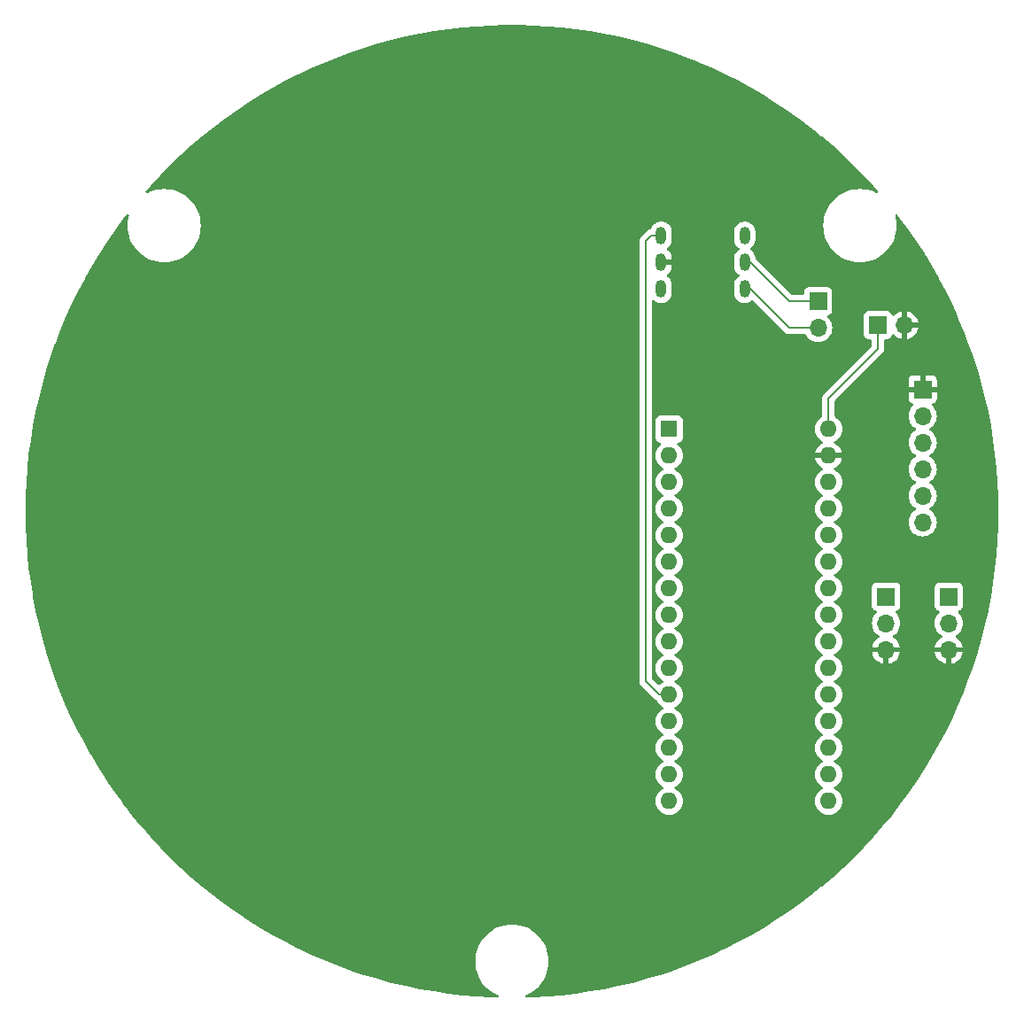
<source format=gbr>
%TF.GenerationSoftware,KiCad,Pcbnew,8.0.1*%
%TF.CreationDate,2024-06-11T18:43:04+02:00*%
%TF.ProjectId,PCB_Plaque_Haute,5043425f-506c-4617-9175-655f48617574,C.Roche*%
%TF.SameCoordinates,Original*%
%TF.FileFunction,Copper,L2,Bot*%
%TF.FilePolarity,Positive*%
%FSLAX46Y46*%
G04 Gerber Fmt 4.6, Leading zero omitted, Abs format (unit mm)*
G04 Created by KiCad (PCBNEW 8.0.1) date 2024-06-11 18:43:04*
%MOMM*%
%LPD*%
G01*
G04 APERTURE LIST*
%TA.AperFunction,ComponentPad*%
%ADD10R,1.700000X1.700000*%
%TD*%
%TA.AperFunction,ComponentPad*%
%ADD11O,1.700000X1.700000*%
%TD*%
%TA.AperFunction,ComponentPad*%
%ADD12O,1.000000X1.700000*%
%TD*%
%TA.AperFunction,ComponentPad*%
%ADD13R,1.600000X1.600000*%
%TD*%
%TA.AperFunction,ComponentPad*%
%ADD14O,1.600000X1.600000*%
%TD*%
%TA.AperFunction,Conductor*%
%ADD15C,0.200000*%
%TD*%
G04 APERTURE END LIST*
D10*
%TO.P,Inter_Input1,1,GND*%
%TO.N,Net-(Bloc_pile1-GND)*%
X195000000Y-87650000D03*
D11*
%TO.P,Inter_Input1,2,SW_2*%
%TO.N,Net-(Arduino_Nano1-D2)*%
X195000000Y-90190000D03*
%TO.P,Inter_Input1,3,SW_1*%
%TO.N,Net-(Arduino_Nano1-D3)*%
X195000000Y-92730000D03*
%TO.P,Inter_Input1,4,Jack*%
%TO.N,Net-(Arduino_Nano1-D4)*%
X195000000Y-95270000D03*
%TO.P,Inter_Input1,5,Led_2*%
%TO.N,Net-(Arduino_Nano1-D6)*%
X195000000Y-97810000D03*
%TO.P,Inter_Input1,6,Led_1*%
%TO.N,Net-(Arduino_Nano1-D7)*%
X195000000Y-100350000D03*
%TD*%
D12*
%TO.P,Octocoupleur1,1,In_1*%
%TO.N,Net-(Arduino_Nano1-D8)*%
X170000000Y-72960000D03*
%TO.P,Octocoupleur1,2,GND_1*%
%TO.N,Net-(Bloc_pile1-GND)*%
X170000000Y-75500000D03*
%TO.P,Octocoupleur1,3,NC*%
%TO.N,unconnected-(Octocoupleur1-NC-Pad3)*%
X170000000Y-78040000D03*
%TO.P,Octocoupleur1,4,Base*%
%TO.N,unconnected-(Octocoupleur1-Base-Pad4)*%
X178000000Y-72960000D03*
%TO.P,Octocoupleur1,5,5V_2*%
%TO.N,Net-(Inter_Cap_Vol1-5V)*%
X178000000Y-75500000D03*
%TO.P,Octocoupleur1,6,Out_2*%
%TO.N,Net-(Inter_Cap_Vol1-Cap)*%
X178000000Y-78040000D03*
%TD*%
D10*
%TO.P,Inter_Cap_Vol1,1,5V*%
%TO.N,Net-(Inter_Cap_Vol1-5V)*%
X185000000Y-79225000D03*
D11*
%TO.P,Inter_Cap_Vol1,2,Cap*%
%TO.N,Net-(Inter_Cap_Vol1-Cap)*%
X185000000Y-81765000D03*
%TD*%
D10*
%TO.P,Servomoteur2,1,Vin*%
%TO.N,Net-(Arduino_Nano1-5V)*%
X197500000Y-107460000D03*
D11*
%TO.P,Servomoteur2,2,AN*%
%TO.N,Net-(Arduino_Nano1-D9)*%
X197500000Y-110000000D03*
%TO.P,Servomoteur2,3,GND*%
%TO.N,Net-(Bloc_pile1-GND)*%
X197500000Y-112540000D03*
%TD*%
D10*
%TO.P,Servomoteur1,1,Vin*%
%TO.N,Net-(Arduino_Nano1-5V)*%
X191500000Y-107460000D03*
D11*
%TO.P,Servomoteur1,2,AN*%
%TO.N,Net-(Arduino_Nano1-D10)*%
X191500000Y-110000000D03*
%TO.P,Servomoteur1,3,GND*%
%TO.N,Net-(Bloc_pile1-GND)*%
X191500000Y-112540000D03*
%TD*%
D10*
%TO.P,Bloc_pile1,1,VDD*%
%TO.N,Net-(Arduino_Nano1-Vin)*%
X190725000Y-81500000D03*
D11*
%TO.P,Bloc_pile1,2,GND*%
%TO.N,Net-(Bloc_pile1-GND)*%
X193265000Y-81500000D03*
%TD*%
D13*
%TO.P,Arduino_Nano1,1,TxD*%
%TO.N,unconnected-(Arduino_Nano1-TxD-Pad1)*%
X170760000Y-91440000D03*
D14*
%TO.P,Arduino_Nano1,2,RxD*%
%TO.N,unconnected-(Arduino_Nano1-RxD-Pad2)*%
X170760000Y-93980000D03*
%TO.P,Arduino_Nano1,3,Reset*%
%TO.N,unconnected-(Arduino_Nano1-Reset-Pad3)*%
X170760000Y-96520000D03*
%TO.P,Arduino_Nano1,4,GND*%
%TO.N,unconnected-(Arduino_Nano1-GND-Pad4)*%
X170760000Y-99060000D03*
%TO.P,Arduino_Nano1,5,D2*%
%TO.N,Net-(Arduino_Nano1-D2)*%
X170760000Y-101600000D03*
%TO.P,Arduino_Nano1,6,D3*%
%TO.N,Net-(Arduino_Nano1-D3)*%
X170760000Y-104140000D03*
%TO.P,Arduino_Nano1,7,D4*%
%TO.N,Net-(Arduino_Nano1-D4)*%
X170760000Y-106680000D03*
%TO.P,Arduino_Nano1,8,D5*%
%TO.N,unconnected-(Arduino_Nano1-D5-Pad8)*%
X170760000Y-109220000D03*
%TO.P,Arduino_Nano1,9,D6*%
%TO.N,Net-(Arduino_Nano1-D6)*%
X170760000Y-111760000D03*
%TO.P,Arduino_Nano1,10,D7*%
%TO.N,Net-(Arduino_Nano1-D7)*%
X170760000Y-114300000D03*
%TO.P,Arduino_Nano1,11,D8*%
%TO.N,Net-(Arduino_Nano1-D8)*%
X170760000Y-116840000D03*
%TO.P,Arduino_Nano1,12,D9*%
%TO.N,Net-(Arduino_Nano1-D9)*%
X170760000Y-119380000D03*
%TO.P,Arduino_Nano1,13,D10*%
%TO.N,Net-(Arduino_Nano1-D10)*%
X170760000Y-121920000D03*
%TO.P,Arduino_Nano1,14,D11*%
%TO.N,unconnected-(Arduino_Nano1-D11-Pad14)*%
X170760000Y-124460000D03*
%TO.P,Arduino_Nano1,15,D12*%
%TO.N,unconnected-(Arduino_Nano1-D12-Pad15)*%
X170760000Y-127000000D03*
%TO.P,Arduino_Nano1,16,D13*%
%TO.N,unconnected-(Arduino_Nano1-D13-Pad16)*%
X186000000Y-127000000D03*
%TO.P,Arduino_Nano1,17,3V3*%
%TO.N,unconnected-(Arduino_Nano1-3V3-Pad17)*%
X186000000Y-124460000D03*
%TO.P,Arduino_Nano1,18,Aref*%
%TO.N,unconnected-(Arduino_Nano1-Aref-Pad18)*%
X186000000Y-121920000D03*
%TO.P,Arduino_Nano1,19,A0*%
%TO.N,unconnected-(Arduino_Nano1-A0-Pad19)*%
X186000000Y-119380000D03*
%TO.P,Arduino_Nano1,20,A1*%
%TO.N,unconnected-(Arduino_Nano1-A1-Pad20)*%
X186000000Y-116840000D03*
%TO.P,Arduino_Nano1,21,A2*%
%TO.N,unconnected-(Arduino_Nano1-A2-Pad21)*%
X186000000Y-114300000D03*
%TO.P,Arduino_Nano1,22,A3*%
%TO.N,unconnected-(Arduino_Nano1-A3-Pad22)*%
X186000000Y-111760000D03*
%TO.P,Arduino_Nano1,23,A4*%
%TO.N,unconnected-(Arduino_Nano1-A4-Pad23)*%
X186000000Y-109220000D03*
%TO.P,Arduino_Nano1,24,A5*%
%TO.N,unconnected-(Arduino_Nano1-A5-Pad24)*%
X186000000Y-106680000D03*
%TO.P,Arduino_Nano1,25,A6*%
%TO.N,unconnected-(Arduino_Nano1-A6-Pad25)*%
X186000000Y-104140000D03*
%TO.P,Arduino_Nano1,26,A7*%
%TO.N,unconnected-(Arduino_Nano1-A7-Pad26)*%
X186000000Y-101600000D03*
%TO.P,Arduino_Nano1,27,5V*%
%TO.N,Net-(Arduino_Nano1-5V)*%
X186000000Y-99060000D03*
%TO.P,Arduino_Nano1,28,Reset*%
%TO.N,unconnected-(Arduino_Nano1-Reset-Pad28)*%
X186000000Y-96520000D03*
%TO.P,Arduino_Nano1,29,GND*%
%TO.N,Net-(Bloc_pile1-GND)*%
X186000000Y-93980000D03*
%TO.P,Arduino_Nano1,30,Vin*%
%TO.N,Net-(Arduino_Nano1-Vin)*%
X186000000Y-91440000D03*
%TD*%
D15*
%TO.N,Net-(Arduino_Nano1-Vin)*%
X186000000Y-88500000D02*
X186000000Y-91440000D01*
X190725000Y-83775000D02*
X186000000Y-88500000D01*
X190725000Y-81500000D02*
X190725000Y-83775000D01*
%TO.N,Net-(Arduino_Nano1-D8)*%
X168500000Y-73500000D02*
X168500000Y-115500000D01*
X168500000Y-115500000D02*
X169840000Y-116840000D01*
X170000000Y-72960000D02*
X169040000Y-72960000D01*
X169840000Y-116840000D02*
X170760000Y-116840000D01*
X169040000Y-72960000D02*
X168500000Y-73500000D01*
%TO.N,Net-(Inter_Cap_Vol1-5V)*%
X178000000Y-75500000D02*
X178500000Y-75500000D01*
X182225000Y-79225000D02*
X185000000Y-79225000D01*
X178500000Y-75500000D02*
X182225000Y-79225000D01*
%TO.N,Net-(Inter_Cap_Vol1-Cap)*%
X178540000Y-78040000D02*
X182265000Y-81765000D01*
X178000000Y-78040000D02*
X178540000Y-78040000D01*
X182265000Y-81765000D02*
X185000000Y-81765000D01*
%TD*%
%TA.AperFunction,Conductor*%
%TO.N,Net-(Bloc_pile1-GND)*%
G36*
X169850000Y-75742952D02*
G01*
X169806961Y-75730315D01*
X169761206Y-75677511D01*
X169750000Y-75626000D01*
X169750000Y-75374000D01*
X169769685Y-75306961D01*
X169822489Y-75261206D01*
X169850000Y-75255221D01*
X169850000Y-75742952D01*
G37*
%TD.AperFunction*%
%TA.AperFunction,Conductor*%
G36*
X156424408Y-52825563D02*
G01*
X157785444Y-52865535D01*
X157789048Y-52865695D01*
X159148268Y-52945602D01*
X159151883Y-52945868D01*
X160508203Y-53065645D01*
X160511749Y-53066011D01*
X161864007Y-53225557D01*
X161867604Y-53226036D01*
X163214524Y-53425201D01*
X163218075Y-53425779D01*
X164108238Y-53584237D01*
X164558623Y-53664410D01*
X164562197Y-53665101D01*
X164949347Y-53745809D01*
X165895110Y-53942971D01*
X165898609Y-53943754D01*
X167222851Y-54260648D01*
X167226330Y-54261535D01*
X168540689Y-54617165D01*
X168544107Y-54618144D01*
X169847469Y-55012209D01*
X169850938Y-55013314D01*
X171142099Y-55445447D01*
X171145535Y-55446653D01*
X172423460Y-55916507D01*
X172426823Y-55917800D01*
X173381896Y-56301139D01*
X173690463Y-56424990D01*
X173693821Y-56426396D01*
X174941999Y-56970451D01*
X174945187Y-56971896D01*
X176176949Y-57552402D01*
X176180189Y-57553988D01*
X177394275Y-58170353D01*
X177397445Y-58172021D01*
X177832465Y-58409183D01*
X178592937Y-58823774D01*
X178596108Y-58825564D01*
X179771898Y-59512100D01*
X179775014Y-59513981D01*
X180930158Y-60234748D01*
X180933218Y-60236720D01*
X182066760Y-60991122D01*
X182069695Y-60993139D01*
X183180557Y-61780463D01*
X183183496Y-61782611D01*
X184270796Y-62602229D01*
X184273612Y-62604417D01*
X184985236Y-63174364D01*
X185336388Y-63455605D01*
X185339196Y-63457923D01*
X186376470Y-64339895D01*
X186379208Y-64342293D01*
X187390159Y-65254352D01*
X187392826Y-65256830D01*
X188376581Y-66198185D01*
X188379174Y-66200741D01*
X189334835Y-67170535D01*
X189337352Y-67173165D01*
X190264148Y-68170615D01*
X190266587Y-68173318D01*
X190701503Y-68669857D01*
X190730867Y-68733257D01*
X190721293Y-68802468D01*
X190675820Y-68855515D01*
X190608887Y-68875557D01*
X190551930Y-68862044D01*
X190425739Y-68797746D01*
X190083206Y-68666260D01*
X190083199Y-68666258D01*
X189728794Y-68571295D01*
X189728790Y-68571294D01*
X189728789Y-68571294D01*
X189366405Y-68513898D01*
X189000001Y-68494696D01*
X188999999Y-68494696D01*
X188633594Y-68513898D01*
X188271211Y-68571294D01*
X188271209Y-68571294D01*
X187916793Y-68666260D01*
X187574260Y-68797746D01*
X187247343Y-68964320D01*
X186939635Y-69164147D01*
X186654498Y-69395047D01*
X186654490Y-69395054D01*
X186395054Y-69654490D01*
X186395047Y-69654498D01*
X186164147Y-69939635D01*
X185964320Y-70247343D01*
X185797746Y-70574260D01*
X185666260Y-70916793D01*
X185571294Y-71271209D01*
X185571294Y-71271211D01*
X185513898Y-71633594D01*
X185494696Y-71999999D01*
X185494696Y-72000000D01*
X185513898Y-72366405D01*
X185549516Y-72591286D01*
X185571295Y-72728794D01*
X185649184Y-73019480D01*
X185666260Y-73083206D01*
X185797746Y-73425739D01*
X185964320Y-73752656D01*
X186164147Y-74060364D01*
X186274495Y-74196632D01*
X186395051Y-74345506D01*
X186654494Y-74604949D01*
X186654498Y-74604952D01*
X186939635Y-74835852D01*
X186974230Y-74858318D01*
X187247348Y-75035682D01*
X187574264Y-75202255D01*
X187916801Y-75333742D01*
X188271206Y-75428705D01*
X188633596Y-75486102D01*
X188979734Y-75504241D01*
X188999999Y-75505304D01*
X189000000Y-75505304D01*
X189000001Y-75505304D01*
X189019203Y-75504297D01*
X189366404Y-75486102D01*
X189728794Y-75428705D01*
X190083199Y-75333742D01*
X190425736Y-75202255D01*
X190752652Y-75035682D01*
X191060366Y-74835851D01*
X191345506Y-74604949D01*
X191604949Y-74345506D01*
X191835851Y-74060366D01*
X192035682Y-73752652D01*
X192202255Y-73425736D01*
X192333742Y-73083199D01*
X192428705Y-72728794D01*
X192486102Y-72366404D01*
X192505304Y-72000000D01*
X192486102Y-71633596D01*
X192428705Y-71271206D01*
X192378412Y-71083511D01*
X192380075Y-71013665D01*
X192419237Y-70955802D01*
X192483465Y-70928298D01*
X192552368Y-70939884D01*
X192596099Y-70975334D01*
X192870458Y-71328392D01*
X192872650Y-71331299D01*
X193676211Y-72430506D01*
X193678316Y-72433477D01*
X194449224Y-73555743D01*
X194451241Y-73558773D01*
X195171551Y-74676315D01*
X195188901Y-74703232D01*
X195190818Y-74706305D01*
X195428512Y-75100000D01*
X195894550Y-75871906D01*
X195896386Y-75875050D01*
X196565605Y-77060824D01*
X196567347Y-77064020D01*
X197201462Y-78268914D01*
X197203108Y-78272158D01*
X197230008Y-78327128D01*
X197801570Y-79495135D01*
X197803122Y-79498428D01*
X198124072Y-80206204D01*
X198315758Y-80628920D01*
X198365425Y-80738447D01*
X198366875Y-80741774D01*
X198878186Y-81963486D01*
X198892551Y-81997808D01*
X198893907Y-82001187D01*
X199382460Y-83272052D01*
X199383717Y-83275469D01*
X199834772Y-84560188D01*
X199835927Y-84563640D01*
X200249057Y-85860995D01*
X200250111Y-85864480D01*
X200624993Y-87173460D01*
X200625943Y-87176974D01*
X200962216Y-88496314D01*
X200963064Y-88499855D01*
X201260475Y-89828562D01*
X201261218Y-89832126D01*
X201519490Y-91168974D01*
X201520128Y-91172558D01*
X201739047Y-92516427D01*
X201739579Y-92520028D01*
X201918947Y-93869700D01*
X201919374Y-93873316D01*
X202059049Y-95227719D01*
X202059369Y-95231345D01*
X202159218Y-96589228D01*
X202159432Y-96592863D01*
X202219378Y-97953116D01*
X202219485Y-97956755D01*
X202239473Y-99318180D01*
X202239473Y-99321820D01*
X202219485Y-100683244D01*
X202219378Y-100686883D01*
X202159432Y-102047136D01*
X202159218Y-102050771D01*
X202059369Y-103408654D01*
X202059049Y-103412280D01*
X201919374Y-104766683D01*
X201918947Y-104770299D01*
X201739579Y-106119971D01*
X201739047Y-106123572D01*
X201520128Y-107467441D01*
X201519490Y-107471025D01*
X201261218Y-108807873D01*
X201260475Y-108811437D01*
X200963064Y-110140144D01*
X200962216Y-110143685D01*
X200625943Y-111463025D01*
X200624993Y-111466539D01*
X200250111Y-112775519D01*
X200249057Y-112779004D01*
X199835927Y-114076359D01*
X199834772Y-114079811D01*
X199383717Y-115364530D01*
X199382460Y-115367947D01*
X198893907Y-116638812D01*
X198892551Y-116642191D01*
X198366880Y-117898215D01*
X198365425Y-117901552D01*
X197803122Y-119141571D01*
X197801570Y-119144864D01*
X197203110Y-120367838D01*
X197201462Y-120371085D01*
X196567347Y-121575979D01*
X196565605Y-121579175D01*
X195896386Y-122764949D01*
X195894550Y-122768093D01*
X195190828Y-123933678D01*
X195188901Y-123936767D01*
X194451241Y-125081226D01*
X194449224Y-125084256D01*
X193678316Y-126206522D01*
X193676211Y-126209493D01*
X192872650Y-127308700D01*
X192870458Y-127311607D01*
X192034997Y-128386718D01*
X192032721Y-128389559D01*
X191166080Y-129439657D01*
X191163722Y-129442431D01*
X190266587Y-130466681D01*
X190264148Y-130469384D01*
X189337352Y-131466834D01*
X189334835Y-131469464D01*
X188379174Y-132439258D01*
X188376581Y-132441814D01*
X187392826Y-133383169D01*
X187390159Y-133385647D01*
X186379208Y-134297706D01*
X186376470Y-134300104D01*
X185339196Y-135182076D01*
X185336388Y-135184394D01*
X184273641Y-136035559D01*
X184270766Y-136037793D01*
X183183496Y-136857388D01*
X183180557Y-136859536D01*
X182069728Y-137646837D01*
X182066727Y-137648899D01*
X180933218Y-138403279D01*
X180930158Y-138405251D01*
X179775014Y-139126018D01*
X179771898Y-139127899D01*
X178596108Y-139814435D01*
X178592937Y-139816225D01*
X177397470Y-140467965D01*
X177394249Y-140469660D01*
X176180192Y-141086009D01*
X176176922Y-141087610D01*
X175860375Y-141236793D01*
X174945243Y-141668077D01*
X174941948Y-141669571D01*
X173693821Y-142213603D01*
X173690463Y-142215009D01*
X172426841Y-142722192D01*
X172423442Y-142723498D01*
X171145534Y-143193346D01*
X171142099Y-143194552D01*
X169850938Y-143626685D01*
X169847469Y-143627790D01*
X168544156Y-144021841D01*
X168540656Y-144022843D01*
X167226345Y-144378460D01*
X167222818Y-144379359D01*
X165898636Y-144696239D01*
X165895083Y-144697034D01*
X164562197Y-144974898D01*
X164558623Y-144975589D01*
X163218097Y-145214216D01*
X163214503Y-145214801D01*
X161867610Y-145413962D01*
X161864001Y-145414442D01*
X160511786Y-145573984D01*
X160508165Y-145574357D01*
X159151891Y-145694130D01*
X159148260Y-145694397D01*
X157789064Y-145774303D01*
X157785427Y-145774464D01*
X157131198Y-145793678D01*
X157063610Y-145775970D01*
X157016324Y-145724531D01*
X157004355Y-145655695D01*
X157031502Y-145591314D01*
X157083118Y-145553968D01*
X157165736Y-145522255D01*
X157492652Y-145355682D01*
X157800366Y-145155851D01*
X158085506Y-144924949D01*
X158344949Y-144665506D01*
X158575851Y-144380366D01*
X158775682Y-144072652D01*
X158942255Y-143745736D01*
X159073742Y-143403199D01*
X159168705Y-143048794D01*
X159226102Y-142686404D01*
X159245304Y-142320000D01*
X159226102Y-141953596D01*
X159168705Y-141591206D01*
X159073742Y-141236801D01*
X158942255Y-140894264D01*
X158775682Y-140567348D01*
X158575851Y-140259634D01*
X158552515Y-140230817D01*
X158344952Y-139974498D01*
X158344949Y-139974494D01*
X158085506Y-139715051D01*
X157800366Y-139484149D01*
X157800364Y-139484147D01*
X157492656Y-139284320D01*
X157165739Y-139117746D01*
X156823206Y-138986260D01*
X156823199Y-138986258D01*
X156468794Y-138891295D01*
X156468790Y-138891294D01*
X156468789Y-138891294D01*
X156106405Y-138833898D01*
X155740001Y-138814696D01*
X155739999Y-138814696D01*
X155373594Y-138833898D01*
X155011211Y-138891294D01*
X155011209Y-138891294D01*
X154656793Y-138986260D01*
X154314260Y-139117746D01*
X153987343Y-139284320D01*
X153679635Y-139484147D01*
X153394498Y-139715047D01*
X153394490Y-139715054D01*
X153135054Y-139974490D01*
X153135047Y-139974498D01*
X152904147Y-140259635D01*
X152704320Y-140567343D01*
X152537746Y-140894260D01*
X152406260Y-141236793D01*
X152311294Y-141591209D01*
X152311294Y-141591211D01*
X152253898Y-141953594D01*
X152234696Y-142319999D01*
X152234696Y-142320000D01*
X152253898Y-142686405D01*
X152311294Y-143048788D01*
X152311294Y-143048790D01*
X152406260Y-143403206D01*
X152537746Y-143745739D01*
X152704320Y-144072656D01*
X152904147Y-144380364D01*
X152904149Y-144380366D01*
X153135051Y-144665506D01*
X153394494Y-144924949D01*
X153394498Y-144924952D01*
X153679635Y-145155852D01*
X153770409Y-145214801D01*
X153987348Y-145355682D01*
X154314264Y-145522255D01*
X154396879Y-145553967D01*
X154452411Y-145596369D01*
X154476204Y-145662062D01*
X154460703Y-145730191D01*
X154410830Y-145779124D01*
X154348801Y-145793678D01*
X153694572Y-145774464D01*
X153690935Y-145774303D01*
X152331739Y-145694397D01*
X152328108Y-145694130D01*
X150971834Y-145574357D01*
X150968213Y-145573984D01*
X149615998Y-145414442D01*
X149612389Y-145413962D01*
X148265496Y-145214801D01*
X148261902Y-145214216D01*
X146921376Y-144975589D01*
X146917802Y-144974898D01*
X145584916Y-144697034D01*
X145581363Y-144696239D01*
X144257181Y-144379359D01*
X144253654Y-144378460D01*
X142939343Y-144022843D01*
X142935843Y-144021841D01*
X141632530Y-143627790D01*
X141629061Y-143626685D01*
X140337900Y-143194552D01*
X140334465Y-143193346D01*
X139056557Y-142723498D01*
X139053158Y-142722192D01*
X137789536Y-142215009D01*
X137786178Y-142213603D01*
X136955785Y-141851652D01*
X136538031Y-141669562D01*
X136534781Y-141668089D01*
X135303077Y-141087610D01*
X135299807Y-141086009D01*
X134085750Y-140469660D01*
X134082529Y-140467965D01*
X132887062Y-139816225D01*
X132883891Y-139814435D01*
X131708101Y-139127899D01*
X131704985Y-139126018D01*
X130549841Y-138405251D01*
X130546781Y-138403279D01*
X129929859Y-137992701D01*
X129413254Y-137648886D01*
X129410290Y-137646850D01*
X128299442Y-136859536D01*
X128296503Y-136857388D01*
X127608778Y-136338974D01*
X127209213Y-136037777D01*
X127206378Y-136035574D01*
X126494764Y-135465636D01*
X126143611Y-135184394D01*
X126140803Y-135182076D01*
X125103529Y-134300104D01*
X125100791Y-134297706D01*
X124089840Y-133385647D01*
X124087173Y-133383169D01*
X123103418Y-132441814D01*
X123100825Y-132439258D01*
X122145164Y-131469464D01*
X122142647Y-131466834D01*
X121215851Y-130469384D01*
X121213412Y-130466681D01*
X120316277Y-129442431D01*
X120313919Y-129439657D01*
X119447278Y-128389559D01*
X119445002Y-128386718D01*
X118714363Y-127446497D01*
X118609529Y-127311592D01*
X118607349Y-127308700D01*
X118381676Y-126999998D01*
X117803788Y-126209493D01*
X117801683Y-126206522D01*
X117178383Y-125299139D01*
X117030767Y-125084244D01*
X117028758Y-125081226D01*
X116774465Y-124686697D01*
X116291076Y-123936732D01*
X116289193Y-123933713D01*
X115585441Y-122768079D01*
X115583613Y-122764949D01*
X115358737Y-122366497D01*
X114914394Y-121579175D01*
X114912652Y-121575979D01*
X114652078Y-121080858D01*
X114278522Y-120371056D01*
X114276904Y-120367868D01*
X113678427Y-119144860D01*
X113676877Y-119141571D01*
X113114555Y-117901509D01*
X113113137Y-117898257D01*
X112587430Y-116642146D01*
X112586110Y-116638858D01*
X112178694Y-115579054D01*
X167899498Y-115579054D01*
X167940423Y-115731785D01*
X167969358Y-115781900D01*
X167969359Y-115781904D01*
X167969360Y-115781904D01*
X168019128Y-115868107D01*
X168019479Y-115868714D01*
X168019481Y-115868717D01*
X168138349Y-115987585D01*
X168138355Y-115987590D01*
X169355139Y-117204374D01*
X169355149Y-117204385D01*
X169359479Y-117208715D01*
X169359480Y-117208716D01*
X169471284Y-117320520D01*
X169471286Y-117320521D01*
X169543943Y-117362469D01*
X169592159Y-117413036D01*
X169594325Y-117417451D01*
X169629427Y-117492726D01*
X169629430Y-117492731D01*
X169759954Y-117679141D01*
X169920858Y-117840045D01*
X169920861Y-117840047D01*
X170107266Y-117970568D01*
X170165275Y-117997618D01*
X170217714Y-118043791D01*
X170236866Y-118110984D01*
X170216650Y-118177865D01*
X170165275Y-118222382D01*
X170107267Y-118249431D01*
X170107265Y-118249432D01*
X169920858Y-118379954D01*
X169759954Y-118540858D01*
X169629432Y-118727265D01*
X169629431Y-118727267D01*
X169533261Y-118933502D01*
X169533258Y-118933511D01*
X169474366Y-119153302D01*
X169474364Y-119153313D01*
X169454532Y-119379998D01*
X169454532Y-119380001D01*
X169474364Y-119606686D01*
X169474366Y-119606697D01*
X169533258Y-119826488D01*
X169533261Y-119826497D01*
X169629431Y-120032732D01*
X169629432Y-120032734D01*
X169759954Y-120219141D01*
X169920858Y-120380045D01*
X169920861Y-120380047D01*
X170107266Y-120510568D01*
X170165275Y-120537618D01*
X170217714Y-120583791D01*
X170236866Y-120650984D01*
X170216650Y-120717865D01*
X170165275Y-120762382D01*
X170107267Y-120789431D01*
X170107265Y-120789432D01*
X169920858Y-120919954D01*
X169759954Y-121080858D01*
X169629432Y-121267265D01*
X169629431Y-121267267D01*
X169533261Y-121473502D01*
X169533258Y-121473511D01*
X169474366Y-121693302D01*
X169474364Y-121693313D01*
X169454532Y-121919998D01*
X169454532Y-121920001D01*
X169474364Y-122146686D01*
X169474366Y-122146697D01*
X169533258Y-122366488D01*
X169533261Y-122366497D01*
X169629431Y-122572732D01*
X169629432Y-122572734D01*
X169759954Y-122759141D01*
X169920858Y-122920045D01*
X169920861Y-122920047D01*
X170107266Y-123050568D01*
X170165275Y-123077618D01*
X170217714Y-123123791D01*
X170236866Y-123190984D01*
X170216650Y-123257865D01*
X170165275Y-123302382D01*
X170107267Y-123329431D01*
X170107265Y-123329432D01*
X169920858Y-123459954D01*
X169759954Y-123620858D01*
X169629432Y-123807265D01*
X169629431Y-123807267D01*
X169533261Y-124013502D01*
X169533258Y-124013511D01*
X169474366Y-124233302D01*
X169474364Y-124233313D01*
X169454532Y-124459998D01*
X169454532Y-124460001D01*
X169474364Y-124686686D01*
X169474366Y-124686697D01*
X169533258Y-124906488D01*
X169533261Y-124906497D01*
X169629431Y-125112732D01*
X169629432Y-125112734D01*
X169759954Y-125299141D01*
X169920858Y-125460045D01*
X169920861Y-125460047D01*
X170107266Y-125590568D01*
X170165275Y-125617618D01*
X170217714Y-125663791D01*
X170236866Y-125730984D01*
X170216650Y-125797865D01*
X170165275Y-125842382D01*
X170107267Y-125869431D01*
X170107265Y-125869432D01*
X169920858Y-125999954D01*
X169759954Y-126160858D01*
X169629432Y-126347265D01*
X169629431Y-126347267D01*
X169533261Y-126553502D01*
X169533258Y-126553511D01*
X169474366Y-126773302D01*
X169474364Y-126773313D01*
X169454532Y-126999998D01*
X169454532Y-127000001D01*
X169474364Y-127226686D01*
X169474366Y-127226697D01*
X169533258Y-127446488D01*
X169533261Y-127446497D01*
X169629431Y-127652732D01*
X169629432Y-127652734D01*
X169759954Y-127839141D01*
X169920858Y-128000045D01*
X169920861Y-128000047D01*
X170107266Y-128130568D01*
X170313504Y-128226739D01*
X170533308Y-128285635D01*
X170695230Y-128299801D01*
X170759998Y-128305468D01*
X170760000Y-128305468D01*
X170760002Y-128305468D01*
X170816673Y-128300509D01*
X170986692Y-128285635D01*
X171206496Y-128226739D01*
X171412734Y-128130568D01*
X171599139Y-128000047D01*
X171760047Y-127839139D01*
X171890568Y-127652734D01*
X171986739Y-127446496D01*
X172045635Y-127226692D01*
X172065468Y-127000001D01*
X184694532Y-127000001D01*
X184714364Y-127226686D01*
X184714366Y-127226697D01*
X184773258Y-127446488D01*
X184773261Y-127446497D01*
X184869431Y-127652732D01*
X184869432Y-127652734D01*
X184999954Y-127839141D01*
X185160858Y-128000045D01*
X185160861Y-128000047D01*
X185347266Y-128130568D01*
X185553504Y-128226739D01*
X185773308Y-128285635D01*
X185935230Y-128299801D01*
X185999998Y-128305468D01*
X186000000Y-128305468D01*
X186000002Y-128305468D01*
X186056673Y-128300509D01*
X186226692Y-128285635D01*
X186446496Y-128226739D01*
X186652734Y-128130568D01*
X186839139Y-128000047D01*
X187000047Y-127839139D01*
X187130568Y-127652734D01*
X187226739Y-127446496D01*
X187285635Y-127226692D01*
X187305468Y-127000000D01*
X187285635Y-126773308D01*
X187226739Y-126553504D01*
X187130568Y-126347266D01*
X187000047Y-126160861D01*
X187000045Y-126160858D01*
X186839141Y-125999954D01*
X186652734Y-125869432D01*
X186652728Y-125869429D01*
X186594725Y-125842382D01*
X186542285Y-125796210D01*
X186523133Y-125729017D01*
X186543348Y-125662135D01*
X186594725Y-125617618D01*
X186652734Y-125590568D01*
X186839139Y-125460047D01*
X187000047Y-125299139D01*
X187130568Y-125112734D01*
X187226739Y-124906496D01*
X187285635Y-124686692D01*
X187305468Y-124460000D01*
X187285635Y-124233308D01*
X187226739Y-124013504D01*
X187130568Y-123807266D01*
X187000047Y-123620861D01*
X187000045Y-123620858D01*
X186839141Y-123459954D01*
X186652734Y-123329432D01*
X186652728Y-123329429D01*
X186594725Y-123302382D01*
X186542285Y-123256210D01*
X186523133Y-123189017D01*
X186543348Y-123122135D01*
X186594725Y-123077618D01*
X186652734Y-123050568D01*
X186839139Y-122920047D01*
X187000047Y-122759139D01*
X187130568Y-122572734D01*
X187226739Y-122366496D01*
X187285635Y-122146692D01*
X187305468Y-121920000D01*
X187285635Y-121693308D01*
X187226739Y-121473504D01*
X187130568Y-121267266D01*
X187000047Y-121080861D01*
X187000045Y-121080858D01*
X186839141Y-120919954D01*
X186652734Y-120789432D01*
X186652728Y-120789429D01*
X186594725Y-120762382D01*
X186542285Y-120716210D01*
X186523133Y-120649017D01*
X186543348Y-120582135D01*
X186594725Y-120537618D01*
X186652734Y-120510568D01*
X186839139Y-120380047D01*
X187000047Y-120219139D01*
X187130568Y-120032734D01*
X187226739Y-119826496D01*
X187285635Y-119606692D01*
X187305468Y-119380000D01*
X187285635Y-119153308D01*
X187226739Y-118933504D01*
X187130568Y-118727266D01*
X187000047Y-118540861D01*
X187000045Y-118540858D01*
X186839141Y-118379954D01*
X186652734Y-118249432D01*
X186652728Y-118249429D01*
X186594725Y-118222382D01*
X186542285Y-118176210D01*
X186523133Y-118109017D01*
X186543348Y-118042135D01*
X186594725Y-117997618D01*
X186652734Y-117970568D01*
X186839139Y-117840047D01*
X187000047Y-117679139D01*
X187130568Y-117492734D01*
X187226739Y-117286496D01*
X187285635Y-117066692D01*
X187305468Y-116840000D01*
X187285635Y-116613308D01*
X187226739Y-116393504D01*
X187130568Y-116187266D01*
X187000047Y-116000861D01*
X187000045Y-116000858D01*
X186839141Y-115839954D01*
X186652734Y-115709432D01*
X186652728Y-115709429D01*
X186594725Y-115682382D01*
X186542285Y-115636210D01*
X186523133Y-115569017D01*
X186543348Y-115502135D01*
X186594725Y-115457618D01*
X186652734Y-115430568D01*
X186839139Y-115300047D01*
X187000047Y-115139139D01*
X187130568Y-114952734D01*
X187226739Y-114746496D01*
X187285635Y-114526692D01*
X187305468Y-114300000D01*
X187285635Y-114073308D01*
X187226739Y-113853504D01*
X187130568Y-113647266D01*
X187000047Y-113460861D01*
X187000045Y-113460858D01*
X186839141Y-113299954D01*
X186652734Y-113169432D01*
X186652728Y-113169429D01*
X186594725Y-113142382D01*
X186542285Y-113096210D01*
X186523133Y-113029017D01*
X186543348Y-112962135D01*
X186594725Y-112917618D01*
X186652734Y-112890568D01*
X186839139Y-112760047D01*
X187000047Y-112599139D01*
X187130568Y-112412734D01*
X187226739Y-112206496D01*
X187285635Y-111986692D01*
X187305468Y-111760000D01*
X187285635Y-111533308D01*
X187226739Y-111313504D01*
X187130568Y-111107266D01*
X187000047Y-110920861D01*
X187000045Y-110920858D01*
X186839141Y-110759954D01*
X186652734Y-110629432D01*
X186652728Y-110629429D01*
X186594725Y-110602382D01*
X186542285Y-110556210D01*
X186523133Y-110489017D01*
X186543348Y-110422135D01*
X186594725Y-110377618D01*
X186652734Y-110350568D01*
X186839139Y-110220047D01*
X187000047Y-110059139D01*
X187041456Y-110000000D01*
X190144341Y-110000000D01*
X190164936Y-110235403D01*
X190164938Y-110235413D01*
X190226094Y-110463655D01*
X190226096Y-110463659D01*
X190226097Y-110463663D01*
X190290783Y-110602382D01*
X190325965Y-110677830D01*
X190325967Y-110677834D01*
X190461501Y-110871395D01*
X190461506Y-110871402D01*
X190628597Y-111038493D01*
X190628603Y-111038498D01*
X190814594Y-111168730D01*
X190858219Y-111223307D01*
X190865413Y-111292805D01*
X190833890Y-111355160D01*
X190814595Y-111371880D01*
X190628922Y-111501890D01*
X190628920Y-111501891D01*
X190461891Y-111668920D01*
X190461886Y-111668926D01*
X190326400Y-111862420D01*
X190326399Y-111862422D01*
X190226570Y-112076507D01*
X190226567Y-112076513D01*
X190169364Y-112289999D01*
X190169364Y-112290000D01*
X191066988Y-112290000D01*
X191034075Y-112347007D01*
X191000000Y-112474174D01*
X191000000Y-112605826D01*
X191034075Y-112732993D01*
X191066988Y-112790000D01*
X190169364Y-112790000D01*
X190226567Y-113003486D01*
X190226570Y-113003492D01*
X190326399Y-113217578D01*
X190461894Y-113411082D01*
X190628917Y-113578105D01*
X190822421Y-113713600D01*
X191036507Y-113813429D01*
X191036516Y-113813433D01*
X191250000Y-113870634D01*
X191250000Y-112973012D01*
X191307007Y-113005925D01*
X191434174Y-113040000D01*
X191565826Y-113040000D01*
X191692993Y-113005925D01*
X191750000Y-112973012D01*
X191750000Y-113870633D01*
X191963483Y-113813433D01*
X191963492Y-113813429D01*
X192177578Y-113713600D01*
X192371082Y-113578105D01*
X192538105Y-113411082D01*
X192673600Y-113217578D01*
X192773429Y-113003492D01*
X192773432Y-113003486D01*
X192830636Y-112790000D01*
X191933012Y-112790000D01*
X191965925Y-112732993D01*
X192000000Y-112605826D01*
X192000000Y-112474174D01*
X191965925Y-112347007D01*
X191933012Y-112290000D01*
X192830636Y-112290000D01*
X192830635Y-112289999D01*
X192773432Y-112076513D01*
X192773429Y-112076507D01*
X192673600Y-111862422D01*
X192673599Y-111862420D01*
X192538113Y-111668926D01*
X192538108Y-111668920D01*
X192371078Y-111501890D01*
X192185405Y-111371879D01*
X192141780Y-111317302D01*
X192134588Y-111247804D01*
X192166110Y-111185449D01*
X192185406Y-111168730D01*
X192273184Y-111107267D01*
X192371401Y-111038495D01*
X192538495Y-110871401D01*
X192674035Y-110677830D01*
X192773903Y-110463663D01*
X192835063Y-110235408D01*
X192855659Y-110000000D01*
X196144341Y-110000000D01*
X196164936Y-110235403D01*
X196164938Y-110235413D01*
X196226094Y-110463655D01*
X196226096Y-110463659D01*
X196226097Y-110463663D01*
X196290783Y-110602382D01*
X196325965Y-110677830D01*
X196325967Y-110677834D01*
X196461501Y-110871395D01*
X196461506Y-110871402D01*
X196628597Y-111038493D01*
X196628603Y-111038498D01*
X196814594Y-111168730D01*
X196858219Y-111223307D01*
X196865413Y-111292805D01*
X196833890Y-111355160D01*
X196814595Y-111371880D01*
X196628922Y-111501890D01*
X196628920Y-111501891D01*
X196461891Y-111668920D01*
X196461886Y-111668926D01*
X196326400Y-111862420D01*
X196326399Y-111862422D01*
X196226570Y-112076507D01*
X196226567Y-112076513D01*
X196169364Y-112289999D01*
X196169364Y-112290000D01*
X197066988Y-112290000D01*
X197034075Y-112347007D01*
X197000000Y-112474174D01*
X197000000Y-112605826D01*
X197034075Y-112732993D01*
X197066988Y-112790000D01*
X196169364Y-112790000D01*
X196226567Y-113003486D01*
X196226570Y-113003492D01*
X196326399Y-113217578D01*
X196461894Y-113411082D01*
X196628917Y-113578105D01*
X196822421Y-113713600D01*
X197036507Y-113813429D01*
X197036516Y-113813433D01*
X197250000Y-113870634D01*
X197250000Y-112973012D01*
X197307007Y-113005925D01*
X197434174Y-113040000D01*
X197565826Y-113040000D01*
X197692993Y-113005925D01*
X197750000Y-112973012D01*
X197750000Y-113870633D01*
X197963483Y-113813433D01*
X197963492Y-113813429D01*
X198177578Y-113713600D01*
X198371082Y-113578105D01*
X198538105Y-113411082D01*
X198673600Y-113217578D01*
X198773429Y-113003492D01*
X198773432Y-113003486D01*
X198830636Y-112790000D01*
X197933012Y-112790000D01*
X197965925Y-112732993D01*
X198000000Y-112605826D01*
X198000000Y-112474174D01*
X197965925Y-112347007D01*
X197933012Y-112290000D01*
X198830636Y-112290000D01*
X198830635Y-112289999D01*
X198773432Y-112076513D01*
X198773429Y-112076507D01*
X198673600Y-111862422D01*
X198673599Y-111862420D01*
X198538113Y-111668926D01*
X198538108Y-111668920D01*
X198371078Y-111501890D01*
X198185405Y-111371879D01*
X198141780Y-111317302D01*
X198134588Y-111247804D01*
X198166110Y-111185449D01*
X198185406Y-111168730D01*
X198273184Y-111107267D01*
X198371401Y-111038495D01*
X198538495Y-110871401D01*
X198674035Y-110677830D01*
X198773903Y-110463663D01*
X198835063Y-110235408D01*
X198855659Y-110000000D01*
X198835063Y-109764592D01*
X198773903Y-109536337D01*
X198674035Y-109322171D01*
X198602494Y-109220000D01*
X198538496Y-109128600D01*
X198538495Y-109128599D01*
X198416567Y-109006671D01*
X198383084Y-108945351D01*
X198388068Y-108875659D01*
X198429939Y-108819725D01*
X198460915Y-108802810D01*
X198592331Y-108753796D01*
X198707546Y-108667546D01*
X198793796Y-108552331D01*
X198844091Y-108417483D01*
X198850500Y-108357873D01*
X198850499Y-106562128D01*
X198844091Y-106502517D01*
X198825737Y-106453308D01*
X198793797Y-106367671D01*
X198793793Y-106367664D01*
X198707547Y-106252455D01*
X198707544Y-106252452D01*
X198592335Y-106166206D01*
X198592328Y-106166202D01*
X198457482Y-106115908D01*
X198457483Y-106115908D01*
X198397883Y-106109501D01*
X198397881Y-106109500D01*
X198397873Y-106109500D01*
X198397864Y-106109500D01*
X196602129Y-106109500D01*
X196602123Y-106109501D01*
X196542516Y-106115908D01*
X196407671Y-106166202D01*
X196407664Y-106166206D01*
X196292455Y-106252452D01*
X196292452Y-106252455D01*
X196206206Y-106367664D01*
X196206202Y-106367671D01*
X196155908Y-106502517D01*
X196149501Y-106562116D01*
X196149501Y-106562123D01*
X196149500Y-106562135D01*
X196149500Y-108357870D01*
X196149501Y-108357876D01*
X196155908Y-108417483D01*
X196206202Y-108552328D01*
X196206206Y-108552335D01*
X196292452Y-108667544D01*
X196292455Y-108667547D01*
X196407664Y-108753793D01*
X196407671Y-108753797D01*
X196539081Y-108802810D01*
X196595015Y-108844681D01*
X196619432Y-108910145D01*
X196604580Y-108978418D01*
X196583430Y-109006673D01*
X196461503Y-109128600D01*
X196325965Y-109322169D01*
X196325964Y-109322171D01*
X196226098Y-109536335D01*
X196226094Y-109536344D01*
X196164938Y-109764586D01*
X196164936Y-109764596D01*
X196144341Y-109999999D01*
X196144341Y-110000000D01*
X192855659Y-110000000D01*
X192835063Y-109764592D01*
X192773903Y-109536337D01*
X192674035Y-109322171D01*
X192602494Y-109220000D01*
X192538496Y-109128600D01*
X192538495Y-109128599D01*
X192416567Y-109006671D01*
X192383084Y-108945351D01*
X192388068Y-108875659D01*
X192429939Y-108819725D01*
X192460915Y-108802810D01*
X192592331Y-108753796D01*
X192707546Y-108667546D01*
X192793796Y-108552331D01*
X192844091Y-108417483D01*
X192850500Y-108357873D01*
X192850499Y-106562128D01*
X192844091Y-106502517D01*
X192825737Y-106453308D01*
X192793797Y-106367671D01*
X192793793Y-106367664D01*
X192707547Y-106252455D01*
X192707544Y-106252452D01*
X192592335Y-106166206D01*
X192592328Y-106166202D01*
X192457482Y-106115908D01*
X192457483Y-106115908D01*
X192397883Y-106109501D01*
X192397881Y-106109500D01*
X192397873Y-106109500D01*
X192397864Y-106109500D01*
X190602129Y-106109500D01*
X190602123Y-106109501D01*
X190542516Y-106115908D01*
X190407671Y-106166202D01*
X190407664Y-106166206D01*
X190292455Y-106252452D01*
X190292452Y-106252455D01*
X190206206Y-106367664D01*
X190206202Y-106367671D01*
X190155908Y-106502517D01*
X190149501Y-106562116D01*
X190149501Y-106562123D01*
X190149500Y-106562135D01*
X190149500Y-108357870D01*
X190149501Y-108357876D01*
X190155908Y-108417483D01*
X190206202Y-108552328D01*
X190206206Y-108552335D01*
X190292452Y-108667544D01*
X190292455Y-108667547D01*
X190407664Y-108753793D01*
X190407671Y-108753797D01*
X190539081Y-108802810D01*
X190595015Y-108844681D01*
X190619432Y-108910145D01*
X190604580Y-108978418D01*
X190583430Y-109006673D01*
X190461503Y-109128600D01*
X190325965Y-109322169D01*
X190325964Y-109322171D01*
X190226098Y-109536335D01*
X190226094Y-109536344D01*
X190164938Y-109764586D01*
X190164936Y-109764596D01*
X190144341Y-109999999D01*
X190144341Y-110000000D01*
X187041456Y-110000000D01*
X187130568Y-109872734D01*
X187226739Y-109666496D01*
X187285635Y-109446692D01*
X187305468Y-109220000D01*
X187285635Y-108993308D01*
X187234935Y-108804091D01*
X187226741Y-108773511D01*
X187226738Y-108773502D01*
X187217549Y-108753796D01*
X187130568Y-108567266D01*
X187000047Y-108380861D01*
X187000045Y-108380858D01*
X186839141Y-108219954D01*
X186652734Y-108089432D01*
X186652728Y-108089429D01*
X186594725Y-108062382D01*
X186542285Y-108016210D01*
X186523133Y-107949017D01*
X186543348Y-107882135D01*
X186594725Y-107837618D01*
X186652734Y-107810568D01*
X186839139Y-107680047D01*
X187000047Y-107519139D01*
X187130568Y-107332734D01*
X187226739Y-107126496D01*
X187285635Y-106906692D01*
X187305468Y-106680000D01*
X187285635Y-106453308D01*
X187226739Y-106233504D01*
X187130568Y-106027266D01*
X187000047Y-105840861D01*
X187000045Y-105840858D01*
X186839141Y-105679954D01*
X186652734Y-105549432D01*
X186652728Y-105549429D01*
X186594725Y-105522382D01*
X186542285Y-105476210D01*
X186523133Y-105409017D01*
X186543348Y-105342135D01*
X186594725Y-105297618D01*
X186652734Y-105270568D01*
X186839139Y-105140047D01*
X187000047Y-104979139D01*
X187130568Y-104792734D01*
X187226739Y-104586496D01*
X187285635Y-104366692D01*
X187305468Y-104140000D01*
X187285635Y-103913308D01*
X187226739Y-103693504D01*
X187130568Y-103487266D01*
X187000047Y-103300861D01*
X187000045Y-103300858D01*
X186839141Y-103139954D01*
X186652734Y-103009432D01*
X186652728Y-103009429D01*
X186594725Y-102982382D01*
X186542285Y-102936210D01*
X186523133Y-102869017D01*
X186543348Y-102802135D01*
X186594725Y-102757618D01*
X186652734Y-102730568D01*
X186839139Y-102600047D01*
X187000047Y-102439139D01*
X187130568Y-102252734D01*
X187226739Y-102046496D01*
X187285635Y-101826692D01*
X187305468Y-101600000D01*
X187285635Y-101373308D01*
X187226739Y-101153504D01*
X187130568Y-100947266D01*
X187000047Y-100760861D01*
X187000045Y-100760858D01*
X186839141Y-100599954D01*
X186652734Y-100469432D01*
X186652728Y-100469429D01*
X186594725Y-100442382D01*
X186542285Y-100396210D01*
X186529114Y-100350000D01*
X193644341Y-100350000D01*
X193664936Y-100585403D01*
X193664938Y-100585413D01*
X193726094Y-100813655D01*
X193726096Y-100813659D01*
X193726097Y-100813663D01*
X193788397Y-100947265D01*
X193825965Y-101027830D01*
X193825967Y-101027834D01*
X193913963Y-101153504D01*
X193961505Y-101221401D01*
X194128599Y-101388495D01*
X194225384Y-101456265D01*
X194322165Y-101524032D01*
X194322167Y-101524033D01*
X194322170Y-101524035D01*
X194536337Y-101623903D01*
X194764592Y-101685063D01*
X194952918Y-101701539D01*
X194999999Y-101705659D01*
X195000000Y-101705659D01*
X195000001Y-101705659D01*
X195039234Y-101702226D01*
X195235408Y-101685063D01*
X195463663Y-101623903D01*
X195677830Y-101524035D01*
X195871401Y-101388495D01*
X196038495Y-101221401D01*
X196174035Y-101027830D01*
X196273903Y-100813663D01*
X196335063Y-100585408D01*
X196355659Y-100350000D01*
X196335063Y-100114592D01*
X196273903Y-99886337D01*
X196174035Y-99672171D01*
X196058030Y-99506497D01*
X196038494Y-99478597D01*
X195871402Y-99311506D01*
X195871396Y-99311501D01*
X195685842Y-99181575D01*
X195642217Y-99126998D01*
X195635023Y-99057500D01*
X195666546Y-98995145D01*
X195685842Y-98978425D01*
X195708026Y-98962891D01*
X195871401Y-98848495D01*
X196038495Y-98681401D01*
X196174035Y-98487830D01*
X196273903Y-98273663D01*
X196335063Y-98045408D01*
X196355659Y-97810000D01*
X196335063Y-97574592D01*
X196273903Y-97346337D01*
X196174035Y-97132171D01*
X196058030Y-96966497D01*
X196038494Y-96938597D01*
X195871402Y-96771506D01*
X195871396Y-96771501D01*
X195685842Y-96641575D01*
X195642217Y-96586998D01*
X195635023Y-96517500D01*
X195666546Y-96455145D01*
X195685842Y-96438425D01*
X195708026Y-96422891D01*
X195871401Y-96308495D01*
X196038495Y-96141401D01*
X196174035Y-95947830D01*
X196273903Y-95733663D01*
X196335063Y-95505408D01*
X196355659Y-95270000D01*
X196335063Y-95034592D01*
X196273903Y-94806337D01*
X196174035Y-94592171D01*
X196095493Y-94480000D01*
X196038494Y-94398597D01*
X195871402Y-94231506D01*
X195871396Y-94231501D01*
X195685842Y-94101575D01*
X195642217Y-94046998D01*
X195635023Y-93977500D01*
X195666546Y-93915145D01*
X195685842Y-93898425D01*
X195844963Y-93787007D01*
X195871401Y-93768495D01*
X196038495Y-93601401D01*
X196174035Y-93407830D01*
X196273903Y-93193663D01*
X196335063Y-92965408D01*
X196355659Y-92730000D01*
X196335063Y-92494592D01*
X196279674Y-92287876D01*
X196273905Y-92266344D01*
X196273904Y-92266343D01*
X196273903Y-92266337D01*
X196174035Y-92052171D01*
X196058030Y-91886497D01*
X196038494Y-91858597D01*
X195871402Y-91691506D01*
X195871396Y-91691501D01*
X195685842Y-91561575D01*
X195642217Y-91506998D01*
X195635023Y-91437500D01*
X195666546Y-91375145D01*
X195685842Y-91358425D01*
X195708026Y-91342891D01*
X195871401Y-91228495D01*
X196038495Y-91061401D01*
X196174035Y-90867830D01*
X196273903Y-90653663D01*
X196335063Y-90425408D01*
X196355659Y-90190000D01*
X196335063Y-89954592D01*
X196273903Y-89726337D01*
X196174035Y-89512171D01*
X196038495Y-89318599D01*
X195916179Y-89196283D01*
X195882696Y-89134963D01*
X195887680Y-89065271D01*
X195929551Y-89009337D01*
X195960529Y-88992422D01*
X196092086Y-88943354D01*
X196092093Y-88943350D01*
X196207187Y-88857190D01*
X196207190Y-88857187D01*
X196293350Y-88742093D01*
X196293354Y-88742086D01*
X196343596Y-88607379D01*
X196343598Y-88607372D01*
X196349999Y-88547844D01*
X196350000Y-88547827D01*
X196350000Y-87900000D01*
X195433012Y-87900000D01*
X195465925Y-87842993D01*
X195500000Y-87715826D01*
X195500000Y-87584174D01*
X195465925Y-87457007D01*
X195433012Y-87400000D01*
X196350000Y-87400000D01*
X196350000Y-86752172D01*
X196349999Y-86752155D01*
X196343598Y-86692627D01*
X196343596Y-86692620D01*
X196293354Y-86557913D01*
X196293350Y-86557906D01*
X196207190Y-86442812D01*
X196207187Y-86442809D01*
X196092093Y-86356649D01*
X196092086Y-86356645D01*
X195957379Y-86306403D01*
X195957372Y-86306401D01*
X195897844Y-86300000D01*
X195250000Y-86300000D01*
X195250000Y-87216988D01*
X195192993Y-87184075D01*
X195065826Y-87150000D01*
X194934174Y-87150000D01*
X194807007Y-87184075D01*
X194750000Y-87216988D01*
X194750000Y-86300000D01*
X194102155Y-86300000D01*
X194042627Y-86306401D01*
X194042620Y-86306403D01*
X193907913Y-86356645D01*
X193907906Y-86356649D01*
X193792812Y-86442809D01*
X193792809Y-86442812D01*
X193706649Y-86557906D01*
X193706645Y-86557913D01*
X193656403Y-86692620D01*
X193656401Y-86692627D01*
X193650000Y-86752155D01*
X193650000Y-87400000D01*
X194566988Y-87400000D01*
X194534075Y-87457007D01*
X194500000Y-87584174D01*
X194500000Y-87715826D01*
X194534075Y-87842993D01*
X194566988Y-87900000D01*
X193650000Y-87900000D01*
X193650000Y-88547844D01*
X193656401Y-88607372D01*
X193656403Y-88607379D01*
X193706645Y-88742086D01*
X193706649Y-88742093D01*
X193792809Y-88857187D01*
X193792812Y-88857190D01*
X193907906Y-88943350D01*
X193907913Y-88943354D01*
X194039470Y-88992421D01*
X194095403Y-89034292D01*
X194119821Y-89099756D01*
X194104970Y-89168029D01*
X194083819Y-89196284D01*
X193961503Y-89318600D01*
X193825965Y-89512169D01*
X193825964Y-89512171D01*
X193726098Y-89726335D01*
X193726094Y-89726344D01*
X193664938Y-89954586D01*
X193664936Y-89954596D01*
X193644341Y-90189999D01*
X193644341Y-90190000D01*
X193664936Y-90425403D01*
X193664938Y-90425413D01*
X193726094Y-90653655D01*
X193726096Y-90653659D01*
X193726097Y-90653663D01*
X193788397Y-90787265D01*
X193825965Y-90867830D01*
X193825967Y-90867834D01*
X193961501Y-91061395D01*
X193961506Y-91061402D01*
X194128597Y-91228493D01*
X194128603Y-91228498D01*
X194314158Y-91358425D01*
X194357783Y-91413002D01*
X194364977Y-91482500D01*
X194333454Y-91544855D01*
X194314158Y-91561575D01*
X194128597Y-91691505D01*
X193961505Y-91858597D01*
X193825965Y-92052169D01*
X193825964Y-92052171D01*
X193726098Y-92266335D01*
X193726094Y-92266344D01*
X193664938Y-92494586D01*
X193664936Y-92494596D01*
X193644341Y-92729999D01*
X193644341Y-92730000D01*
X193664936Y-92965403D01*
X193664938Y-92965413D01*
X193726094Y-93193655D01*
X193726096Y-93193659D01*
X193726097Y-93193663D01*
X193825965Y-93407830D01*
X193825967Y-93407834D01*
X193961501Y-93601395D01*
X193961506Y-93601402D01*
X194128597Y-93768493D01*
X194128603Y-93768498D01*
X194314158Y-93898425D01*
X194357783Y-93953002D01*
X194364977Y-94022500D01*
X194333454Y-94084855D01*
X194314158Y-94101575D01*
X194128597Y-94231505D01*
X193961505Y-94398597D01*
X193825965Y-94592169D01*
X193825964Y-94592171D01*
X193726098Y-94806335D01*
X193726094Y-94806344D01*
X193664938Y-95034586D01*
X193664936Y-95034596D01*
X193644341Y-95269999D01*
X193644341Y-95270000D01*
X193664936Y-95505403D01*
X193664938Y-95505413D01*
X193726094Y-95733655D01*
X193726096Y-95733659D01*
X193726097Y-95733663D01*
X193788397Y-95867265D01*
X193825965Y-95947830D01*
X193825967Y-95947834D01*
X193961501Y-96141395D01*
X193961506Y-96141402D01*
X194128597Y-96308493D01*
X194128603Y-96308498D01*
X194314158Y-96438425D01*
X194357783Y-96493002D01*
X194364977Y-96562500D01*
X194333454Y-96624855D01*
X194314158Y-96641575D01*
X194128597Y-96771505D01*
X193961505Y-96938597D01*
X193825965Y-97132169D01*
X193825964Y-97132171D01*
X193726098Y-97346335D01*
X193726094Y-97346344D01*
X193664938Y-97574586D01*
X193664936Y-97574596D01*
X193644341Y-97809999D01*
X193644341Y-97810000D01*
X193664936Y-98045403D01*
X193664938Y-98045413D01*
X193726094Y-98273655D01*
X193726096Y-98273659D01*
X193726097Y-98273663D01*
X193788397Y-98407265D01*
X193825965Y-98487830D01*
X193825967Y-98487834D01*
X193961501Y-98681395D01*
X193961506Y-98681402D01*
X194128597Y-98848493D01*
X194128603Y-98848498D01*
X194314158Y-98978425D01*
X194357783Y-99033002D01*
X194364977Y-99102500D01*
X194333454Y-99164855D01*
X194314158Y-99181575D01*
X194128597Y-99311505D01*
X193961505Y-99478597D01*
X193825965Y-99672169D01*
X193825964Y-99672171D01*
X193726098Y-99886335D01*
X193726094Y-99886344D01*
X193664938Y-100114586D01*
X193664936Y-100114596D01*
X193644341Y-100349999D01*
X193644341Y-100350000D01*
X186529114Y-100350000D01*
X186523133Y-100329017D01*
X186543348Y-100262135D01*
X186594725Y-100217618D01*
X186652734Y-100190568D01*
X186839139Y-100060047D01*
X187000047Y-99899139D01*
X187130568Y-99712734D01*
X187226739Y-99506496D01*
X187285635Y-99286692D01*
X187305468Y-99060000D01*
X187285635Y-98833308D01*
X187226739Y-98613504D01*
X187130568Y-98407266D01*
X187000047Y-98220861D01*
X187000045Y-98220858D01*
X186839141Y-98059954D01*
X186652734Y-97929432D01*
X186652728Y-97929429D01*
X186594725Y-97902382D01*
X186542285Y-97856210D01*
X186523133Y-97789017D01*
X186543348Y-97722135D01*
X186594725Y-97677618D01*
X186652734Y-97650568D01*
X186839139Y-97520047D01*
X187000047Y-97359139D01*
X187130568Y-97172734D01*
X187226739Y-96966496D01*
X187285635Y-96746692D01*
X187305468Y-96520000D01*
X187285635Y-96293308D01*
X187226739Y-96073504D01*
X187130568Y-95867266D01*
X187000047Y-95680861D01*
X187000045Y-95680858D01*
X186839141Y-95519954D01*
X186652734Y-95389432D01*
X186652732Y-95389431D01*
X186594725Y-95362382D01*
X186594132Y-95362105D01*
X186541694Y-95315934D01*
X186522542Y-95248740D01*
X186542758Y-95181859D01*
X186594134Y-95137341D01*
X186652484Y-95110132D01*
X186838820Y-94979657D01*
X186999657Y-94818820D01*
X187130134Y-94632482D01*
X187226265Y-94426326D01*
X187226269Y-94426317D01*
X187278872Y-94230000D01*
X186433012Y-94230000D01*
X186465925Y-94172993D01*
X186500000Y-94045826D01*
X186500000Y-93914174D01*
X186465925Y-93787007D01*
X186433012Y-93730000D01*
X187278872Y-93730000D01*
X187278872Y-93729999D01*
X187226269Y-93533682D01*
X187226265Y-93533673D01*
X187130134Y-93327517D01*
X186999657Y-93141179D01*
X186838820Y-92980342D01*
X186652482Y-92849865D01*
X186594133Y-92822657D01*
X186541694Y-92776484D01*
X186522542Y-92709291D01*
X186542758Y-92642410D01*
X186594129Y-92597895D01*
X186652734Y-92570568D01*
X186839139Y-92440047D01*
X187000047Y-92279139D01*
X187130568Y-92092734D01*
X187226739Y-91886496D01*
X187285635Y-91666692D01*
X187305468Y-91440000D01*
X187285635Y-91213308D01*
X187226739Y-90993504D01*
X187130568Y-90787266D01*
X187000047Y-90600861D01*
X187000045Y-90600858D01*
X186839140Y-90439953D01*
X186653377Y-90309881D01*
X186609752Y-90255304D01*
X186600500Y-90208306D01*
X186600500Y-88800096D01*
X186620185Y-88733057D01*
X186636814Y-88712420D01*
X191093713Y-84255521D01*
X191093716Y-84255520D01*
X191205520Y-84143716D01*
X191255639Y-84056904D01*
X191284577Y-84006785D01*
X191325500Y-83854057D01*
X191325500Y-83695943D01*
X191325500Y-82974499D01*
X191345185Y-82907460D01*
X191397989Y-82861705D01*
X191449500Y-82850499D01*
X191622871Y-82850499D01*
X191622872Y-82850499D01*
X191682483Y-82844091D01*
X191817331Y-82793796D01*
X191932546Y-82707546D01*
X192018796Y-82592331D01*
X192068002Y-82460401D01*
X192109872Y-82404468D01*
X192175337Y-82380050D01*
X192243610Y-82394901D01*
X192271865Y-82416053D01*
X192393917Y-82538105D01*
X192587421Y-82673600D01*
X192801507Y-82773429D01*
X192801516Y-82773433D01*
X193015000Y-82830634D01*
X193015000Y-81933012D01*
X193072007Y-81965925D01*
X193199174Y-82000000D01*
X193330826Y-82000000D01*
X193457993Y-81965925D01*
X193515000Y-81933012D01*
X193515000Y-82830633D01*
X193728483Y-82773433D01*
X193728492Y-82773429D01*
X193942578Y-82673600D01*
X194136082Y-82538105D01*
X194303105Y-82371082D01*
X194438600Y-82177578D01*
X194538429Y-81963492D01*
X194538432Y-81963486D01*
X194595636Y-81750000D01*
X193698012Y-81750000D01*
X193730925Y-81692993D01*
X193765000Y-81565826D01*
X193765000Y-81434174D01*
X193730925Y-81307007D01*
X193698012Y-81250000D01*
X194595636Y-81250000D01*
X194595635Y-81249999D01*
X194538432Y-81036513D01*
X194538429Y-81036507D01*
X194438600Y-80822422D01*
X194438599Y-80822420D01*
X194303113Y-80628926D01*
X194303108Y-80628920D01*
X194136082Y-80461894D01*
X193942578Y-80326399D01*
X193728492Y-80226570D01*
X193728486Y-80226567D01*
X193515000Y-80169364D01*
X193515000Y-81066988D01*
X193457993Y-81034075D01*
X193330826Y-81000000D01*
X193199174Y-81000000D01*
X193072007Y-81034075D01*
X193015000Y-81066988D01*
X193015000Y-80169364D01*
X193014999Y-80169364D01*
X192801513Y-80226567D01*
X192801507Y-80226570D01*
X192587422Y-80326399D01*
X192587420Y-80326400D01*
X192393926Y-80461886D01*
X192271865Y-80583947D01*
X192210542Y-80617431D01*
X192140850Y-80612447D01*
X192084917Y-80570575D01*
X192068002Y-80539598D01*
X192060243Y-80518796D01*
X192018796Y-80407669D01*
X192018795Y-80407668D01*
X192018793Y-80407664D01*
X191932547Y-80292455D01*
X191932544Y-80292452D01*
X191817335Y-80206206D01*
X191817328Y-80206202D01*
X191682482Y-80155908D01*
X191682483Y-80155908D01*
X191622883Y-80149501D01*
X191622881Y-80149500D01*
X191622873Y-80149500D01*
X191622864Y-80149500D01*
X189827129Y-80149500D01*
X189827123Y-80149501D01*
X189767516Y-80155908D01*
X189632671Y-80206202D01*
X189632664Y-80206206D01*
X189517455Y-80292452D01*
X189517452Y-80292455D01*
X189431206Y-80407664D01*
X189431202Y-80407671D01*
X189380908Y-80542517D01*
X189374501Y-80602116D01*
X189374500Y-80602135D01*
X189374500Y-82397870D01*
X189374501Y-82397876D01*
X189380908Y-82457483D01*
X189431202Y-82592328D01*
X189431206Y-82592335D01*
X189517452Y-82707544D01*
X189517455Y-82707547D01*
X189632664Y-82793793D01*
X189632671Y-82793797D01*
X189658668Y-82803493D01*
X189767517Y-82844091D01*
X189827127Y-82850500D01*
X190000500Y-82850499D01*
X190067539Y-82870183D01*
X190113294Y-82922987D01*
X190124500Y-82974499D01*
X190124500Y-83474902D01*
X190104815Y-83541941D01*
X190088181Y-83562583D01*
X185519481Y-88131282D01*
X185519479Y-88131285D01*
X185469361Y-88218094D01*
X185469359Y-88218096D01*
X185440425Y-88268209D01*
X185440424Y-88268210D01*
X185440423Y-88268215D01*
X185399499Y-88420943D01*
X185399499Y-88420945D01*
X185399499Y-88589046D01*
X185399500Y-88589059D01*
X185399500Y-90208306D01*
X185379815Y-90275345D01*
X185346623Y-90309881D01*
X185160859Y-90439953D01*
X184999954Y-90600858D01*
X184869432Y-90787265D01*
X184869431Y-90787267D01*
X184773261Y-90993502D01*
X184773258Y-90993511D01*
X184714366Y-91213302D01*
X184714364Y-91213313D01*
X184694532Y-91439998D01*
X184694532Y-91440001D01*
X184714364Y-91666686D01*
X184714366Y-91666697D01*
X184773258Y-91886488D01*
X184773261Y-91886497D01*
X184869431Y-92092732D01*
X184869432Y-92092734D01*
X184999954Y-92279141D01*
X185160858Y-92440045D01*
X185160861Y-92440047D01*
X185347266Y-92570568D01*
X185405865Y-92597893D01*
X185458305Y-92644065D01*
X185477457Y-92711258D01*
X185457242Y-92778139D01*
X185405867Y-92822657D01*
X185347515Y-92849867D01*
X185161179Y-92980342D01*
X185000342Y-93141179D01*
X184869865Y-93327517D01*
X184773734Y-93533673D01*
X184773730Y-93533682D01*
X184721127Y-93729999D01*
X184721128Y-93730000D01*
X185566988Y-93730000D01*
X185534075Y-93787007D01*
X185500000Y-93914174D01*
X185500000Y-94045826D01*
X185534075Y-94172993D01*
X185566988Y-94230000D01*
X184721128Y-94230000D01*
X184773730Y-94426317D01*
X184773734Y-94426326D01*
X184869865Y-94632482D01*
X185000342Y-94818820D01*
X185161179Y-94979657D01*
X185347518Y-95110134D01*
X185347520Y-95110135D01*
X185405865Y-95137342D01*
X185458305Y-95183514D01*
X185477457Y-95250707D01*
X185457242Y-95317589D01*
X185405867Y-95362105D01*
X185347268Y-95389431D01*
X185347264Y-95389433D01*
X185160858Y-95519954D01*
X184999954Y-95680858D01*
X184869432Y-95867265D01*
X184869431Y-95867267D01*
X184773261Y-96073502D01*
X184773258Y-96073511D01*
X184714366Y-96293302D01*
X184714364Y-96293313D01*
X184694532Y-96519998D01*
X184694532Y-96520001D01*
X184714364Y-96746686D01*
X184714366Y-96746697D01*
X184773258Y-96966488D01*
X184773261Y-96966497D01*
X184869431Y-97172732D01*
X184869432Y-97172734D01*
X184999954Y-97359141D01*
X185160858Y-97520045D01*
X185160861Y-97520047D01*
X185347266Y-97650568D01*
X185405275Y-97677618D01*
X185457714Y-97723791D01*
X185476866Y-97790984D01*
X185456650Y-97857865D01*
X185405275Y-97902382D01*
X185347267Y-97929431D01*
X185347265Y-97929432D01*
X185160858Y-98059954D01*
X184999954Y-98220858D01*
X184869432Y-98407265D01*
X184869431Y-98407267D01*
X184773261Y-98613502D01*
X184773258Y-98613511D01*
X184714366Y-98833302D01*
X184714364Y-98833313D01*
X184694532Y-99059998D01*
X184694532Y-99060001D01*
X184714364Y-99286686D01*
X184714366Y-99286697D01*
X184773258Y-99506488D01*
X184773261Y-99506497D01*
X184869431Y-99712732D01*
X184869432Y-99712734D01*
X184999954Y-99899141D01*
X185160858Y-100060045D01*
X185160861Y-100060047D01*
X185347266Y-100190568D01*
X185405275Y-100217618D01*
X185457714Y-100263791D01*
X185476866Y-100330984D01*
X185456650Y-100397865D01*
X185405275Y-100442382D01*
X185347267Y-100469431D01*
X185347265Y-100469432D01*
X185160858Y-100599954D01*
X184999954Y-100760858D01*
X184869432Y-100947265D01*
X184869431Y-100947267D01*
X184773261Y-101153502D01*
X184773258Y-101153511D01*
X184714366Y-101373302D01*
X184714364Y-101373313D01*
X184694532Y-101599998D01*
X184694532Y-101600001D01*
X184714364Y-101826686D01*
X184714366Y-101826697D01*
X184773258Y-102046488D01*
X184773261Y-102046497D01*
X184869431Y-102252732D01*
X184869432Y-102252734D01*
X184999954Y-102439141D01*
X185160858Y-102600045D01*
X185160861Y-102600047D01*
X185347266Y-102730568D01*
X185405275Y-102757618D01*
X185457714Y-102803791D01*
X185476866Y-102870984D01*
X185456650Y-102937865D01*
X185405275Y-102982382D01*
X185347267Y-103009431D01*
X185347265Y-103009432D01*
X185160858Y-103139954D01*
X184999954Y-103300858D01*
X184869432Y-103487265D01*
X184869431Y-103487267D01*
X184773261Y-103693502D01*
X184773258Y-103693511D01*
X184714366Y-103913302D01*
X184714364Y-103913313D01*
X184694532Y-104139998D01*
X184694532Y-104140001D01*
X184714364Y-104366686D01*
X184714366Y-104366697D01*
X184773258Y-104586488D01*
X184773261Y-104586497D01*
X184869431Y-104792732D01*
X184869432Y-104792734D01*
X184999954Y-104979141D01*
X185160858Y-105140045D01*
X185160861Y-105140047D01*
X185347266Y-105270568D01*
X185405275Y-105297618D01*
X185457714Y-105343791D01*
X185476866Y-105410984D01*
X185456650Y-105477865D01*
X185405275Y-105522382D01*
X185347267Y-105549431D01*
X185347265Y-105549432D01*
X185160858Y-105679954D01*
X184999954Y-105840858D01*
X184869432Y-106027265D01*
X184869431Y-106027267D01*
X184773261Y-106233502D01*
X184773258Y-106233511D01*
X184714366Y-106453302D01*
X184714364Y-106453313D01*
X184694532Y-106679998D01*
X184694532Y-106680001D01*
X184714364Y-106906686D01*
X184714366Y-106906697D01*
X184773258Y-107126488D01*
X184773261Y-107126497D01*
X184869431Y-107332732D01*
X184869432Y-107332734D01*
X184999954Y-107519141D01*
X185160858Y-107680045D01*
X185160861Y-107680047D01*
X185347266Y-107810568D01*
X185405275Y-107837618D01*
X185457714Y-107883791D01*
X185476866Y-107950984D01*
X185456650Y-108017865D01*
X185405275Y-108062382D01*
X185347267Y-108089431D01*
X185347265Y-108089432D01*
X185160858Y-108219954D01*
X184999954Y-108380858D01*
X184869432Y-108567265D01*
X184869431Y-108567267D01*
X184773261Y-108773502D01*
X184773258Y-108773511D01*
X184714366Y-108993302D01*
X184714364Y-108993313D01*
X184694532Y-109219998D01*
X184694532Y-109220001D01*
X184714364Y-109446686D01*
X184714366Y-109446697D01*
X184773258Y-109666488D01*
X184773261Y-109666497D01*
X184869431Y-109872732D01*
X184869432Y-109872734D01*
X184999954Y-110059141D01*
X185160858Y-110220045D01*
X185160861Y-110220047D01*
X185347266Y-110350568D01*
X185405275Y-110377618D01*
X185457714Y-110423791D01*
X185476866Y-110490984D01*
X185456650Y-110557865D01*
X185405275Y-110602382D01*
X185347267Y-110629431D01*
X185347265Y-110629432D01*
X185160858Y-110759954D01*
X184999954Y-110920858D01*
X184869432Y-111107265D01*
X184869431Y-111107267D01*
X184773261Y-111313502D01*
X184773258Y-111313511D01*
X184714366Y-111533302D01*
X184714364Y-111533313D01*
X184694532Y-111759998D01*
X184694532Y-111760001D01*
X184714364Y-111986686D01*
X184714366Y-111986697D01*
X184773258Y-112206488D01*
X184773261Y-112206497D01*
X184869431Y-112412732D01*
X184869432Y-112412734D01*
X184999954Y-112599141D01*
X185160858Y-112760045D01*
X185185444Y-112777260D01*
X185347266Y-112890568D01*
X185405275Y-112917618D01*
X185457714Y-112963791D01*
X185476866Y-113030984D01*
X185456650Y-113097865D01*
X185405275Y-113142382D01*
X185347267Y-113169431D01*
X185347265Y-113169432D01*
X185160858Y-113299954D01*
X184999954Y-113460858D01*
X184869432Y-113647265D01*
X184869431Y-113647267D01*
X184773261Y-113853502D01*
X184773258Y-113853511D01*
X184714366Y-114073302D01*
X184714364Y-114073313D01*
X184694532Y-114299998D01*
X184694532Y-114300001D01*
X184714364Y-114526686D01*
X184714366Y-114526697D01*
X184773258Y-114746488D01*
X184773261Y-114746497D01*
X184869431Y-114952732D01*
X184869432Y-114952734D01*
X184999954Y-115139141D01*
X185160858Y-115300045D01*
X185160861Y-115300047D01*
X185347266Y-115430568D01*
X185405275Y-115457618D01*
X185457714Y-115503791D01*
X185476866Y-115570984D01*
X185456650Y-115637865D01*
X185405275Y-115682382D01*
X185347267Y-115709431D01*
X185347265Y-115709432D01*
X185160858Y-115839954D01*
X184999954Y-116000858D01*
X184869432Y-116187265D01*
X184869431Y-116187267D01*
X184773261Y-116393502D01*
X184773258Y-116393511D01*
X184714366Y-116613302D01*
X184714364Y-116613313D01*
X184694532Y-116839998D01*
X184694532Y-116840001D01*
X184714364Y-117066686D01*
X184714366Y-117066697D01*
X184773258Y-117286488D01*
X184773261Y-117286497D01*
X184869431Y-117492732D01*
X184869432Y-117492734D01*
X184999954Y-117679141D01*
X185160858Y-117840045D01*
X185160861Y-117840047D01*
X185347266Y-117970568D01*
X185405275Y-117997618D01*
X185457714Y-118043791D01*
X185476866Y-118110984D01*
X185456650Y-118177865D01*
X185405275Y-118222382D01*
X185347267Y-118249431D01*
X185347265Y-118249432D01*
X185160858Y-118379954D01*
X184999954Y-118540858D01*
X184869432Y-118727265D01*
X184869431Y-118727267D01*
X184773261Y-118933502D01*
X184773258Y-118933511D01*
X184714366Y-119153302D01*
X184714364Y-119153313D01*
X184694532Y-119379998D01*
X184694532Y-119380001D01*
X184714364Y-119606686D01*
X184714366Y-119606697D01*
X184773258Y-119826488D01*
X184773261Y-119826497D01*
X184869431Y-120032732D01*
X184869432Y-120032734D01*
X184999954Y-120219141D01*
X185160858Y-120380045D01*
X185160861Y-120380047D01*
X185347266Y-120510568D01*
X185405275Y-120537618D01*
X185457714Y-120583791D01*
X185476866Y-120650984D01*
X185456650Y-120717865D01*
X185405275Y-120762382D01*
X185347267Y-120789431D01*
X185347265Y-120789432D01*
X185160858Y-120919954D01*
X184999954Y-121080858D01*
X184869432Y-121267265D01*
X184869431Y-121267267D01*
X184773261Y-121473502D01*
X184773258Y-121473511D01*
X184714366Y-121693302D01*
X184714364Y-121693313D01*
X184694532Y-121919998D01*
X184694532Y-121920001D01*
X184714364Y-122146686D01*
X184714366Y-122146697D01*
X184773258Y-122366488D01*
X184773261Y-122366497D01*
X184869431Y-122572732D01*
X184869432Y-122572734D01*
X184999954Y-122759141D01*
X185160858Y-122920045D01*
X185160861Y-122920047D01*
X185347266Y-123050568D01*
X185405275Y-123077618D01*
X185457714Y-123123791D01*
X185476866Y-123190984D01*
X185456650Y-123257865D01*
X185405275Y-123302382D01*
X185347267Y-123329431D01*
X185347265Y-123329432D01*
X185160858Y-123459954D01*
X184999954Y-123620858D01*
X184869432Y-123807265D01*
X184869431Y-123807267D01*
X184773261Y-124013502D01*
X184773258Y-124013511D01*
X184714366Y-124233302D01*
X184714364Y-124233313D01*
X184694532Y-124459998D01*
X184694532Y-124460001D01*
X184714364Y-124686686D01*
X184714366Y-124686697D01*
X184773258Y-124906488D01*
X184773261Y-124906497D01*
X184869431Y-125112732D01*
X184869432Y-125112734D01*
X184999954Y-125299141D01*
X185160858Y-125460045D01*
X185160861Y-125460047D01*
X185347266Y-125590568D01*
X185405275Y-125617618D01*
X185457714Y-125663791D01*
X185476866Y-125730984D01*
X185456650Y-125797865D01*
X185405275Y-125842382D01*
X185347267Y-125869431D01*
X185347265Y-125869432D01*
X185160858Y-125999954D01*
X184999954Y-126160858D01*
X184869432Y-126347265D01*
X184869431Y-126347267D01*
X184773261Y-126553502D01*
X184773258Y-126553511D01*
X184714366Y-126773302D01*
X184714364Y-126773313D01*
X184694532Y-126999998D01*
X184694532Y-127000001D01*
X172065468Y-127000001D01*
X172065468Y-127000000D01*
X172045635Y-126773308D01*
X171986739Y-126553504D01*
X171890568Y-126347266D01*
X171760047Y-126160861D01*
X171760045Y-126160858D01*
X171599141Y-125999954D01*
X171412734Y-125869432D01*
X171412728Y-125869429D01*
X171354725Y-125842382D01*
X171302285Y-125796210D01*
X171283133Y-125729017D01*
X171303348Y-125662135D01*
X171354725Y-125617618D01*
X171412734Y-125590568D01*
X171599139Y-125460047D01*
X171760047Y-125299139D01*
X171890568Y-125112734D01*
X171986739Y-124906496D01*
X172045635Y-124686692D01*
X172065468Y-124460000D01*
X172045635Y-124233308D01*
X171986739Y-124013504D01*
X171890568Y-123807266D01*
X171760047Y-123620861D01*
X171760045Y-123620858D01*
X171599141Y-123459954D01*
X171412734Y-123329432D01*
X171412728Y-123329429D01*
X171354725Y-123302382D01*
X171302285Y-123256210D01*
X171283133Y-123189017D01*
X171303348Y-123122135D01*
X171354725Y-123077618D01*
X171412734Y-123050568D01*
X171599139Y-122920047D01*
X171760047Y-122759139D01*
X171890568Y-122572734D01*
X171986739Y-122366496D01*
X172045635Y-122146692D01*
X172065468Y-121920000D01*
X172045635Y-121693308D01*
X171986739Y-121473504D01*
X171890568Y-121267266D01*
X171760047Y-121080861D01*
X171760045Y-121080858D01*
X171599141Y-120919954D01*
X171412734Y-120789432D01*
X171412728Y-120789429D01*
X171354725Y-120762382D01*
X171302285Y-120716210D01*
X171283133Y-120649017D01*
X171303348Y-120582135D01*
X171354725Y-120537618D01*
X171412734Y-120510568D01*
X171599139Y-120380047D01*
X171760047Y-120219139D01*
X171890568Y-120032734D01*
X171986739Y-119826496D01*
X172045635Y-119606692D01*
X172065468Y-119380000D01*
X172045635Y-119153308D01*
X171986739Y-118933504D01*
X171890568Y-118727266D01*
X171760047Y-118540861D01*
X171760045Y-118540858D01*
X171599141Y-118379954D01*
X171412734Y-118249432D01*
X171412728Y-118249429D01*
X171354725Y-118222382D01*
X171302285Y-118176210D01*
X171283133Y-118109017D01*
X171303348Y-118042135D01*
X171354725Y-117997618D01*
X171412734Y-117970568D01*
X171599139Y-117840047D01*
X171760047Y-117679139D01*
X171890568Y-117492734D01*
X171986739Y-117286496D01*
X172045635Y-117066692D01*
X172065468Y-116840000D01*
X172045635Y-116613308D01*
X171986739Y-116393504D01*
X171890568Y-116187266D01*
X171760047Y-116000861D01*
X171760045Y-116000858D01*
X171599141Y-115839954D01*
X171412734Y-115709432D01*
X171412728Y-115709429D01*
X171354725Y-115682382D01*
X171302285Y-115636210D01*
X171283133Y-115569017D01*
X171303348Y-115502135D01*
X171354725Y-115457618D01*
X171412734Y-115430568D01*
X171599139Y-115300047D01*
X171760047Y-115139139D01*
X171890568Y-114952734D01*
X171986739Y-114746496D01*
X172045635Y-114526692D01*
X172065468Y-114300000D01*
X172045635Y-114073308D01*
X171986739Y-113853504D01*
X171890568Y-113647266D01*
X171760047Y-113460861D01*
X171760045Y-113460858D01*
X171599141Y-113299954D01*
X171412734Y-113169432D01*
X171412728Y-113169429D01*
X171354725Y-113142382D01*
X171302285Y-113096210D01*
X171283133Y-113029017D01*
X171303348Y-112962135D01*
X171354725Y-112917618D01*
X171412734Y-112890568D01*
X171599139Y-112760047D01*
X171760047Y-112599139D01*
X171890568Y-112412734D01*
X171986739Y-112206496D01*
X172045635Y-111986692D01*
X172065468Y-111760000D01*
X172045635Y-111533308D01*
X171986739Y-111313504D01*
X171890568Y-111107266D01*
X171760047Y-110920861D01*
X171760045Y-110920858D01*
X171599141Y-110759954D01*
X171412734Y-110629432D01*
X171412728Y-110629429D01*
X171354725Y-110602382D01*
X171302285Y-110556210D01*
X171283133Y-110489017D01*
X171303348Y-110422135D01*
X171354725Y-110377618D01*
X171412734Y-110350568D01*
X171599139Y-110220047D01*
X171760047Y-110059139D01*
X171890568Y-109872734D01*
X171986739Y-109666496D01*
X172045635Y-109446692D01*
X172065468Y-109220000D01*
X172045635Y-108993308D01*
X171994935Y-108804091D01*
X171986741Y-108773511D01*
X171986738Y-108773502D01*
X171977549Y-108753796D01*
X171890568Y-108567266D01*
X171760047Y-108380861D01*
X171760045Y-108380858D01*
X171599141Y-108219954D01*
X171412734Y-108089432D01*
X171412728Y-108089429D01*
X171354725Y-108062382D01*
X171302285Y-108016210D01*
X171283133Y-107949017D01*
X171303348Y-107882135D01*
X171354725Y-107837618D01*
X171412734Y-107810568D01*
X171599139Y-107680047D01*
X171760047Y-107519139D01*
X171890568Y-107332734D01*
X171986739Y-107126496D01*
X172045635Y-106906692D01*
X172065468Y-106680000D01*
X172045635Y-106453308D01*
X171986739Y-106233504D01*
X171890568Y-106027266D01*
X171760047Y-105840861D01*
X171760045Y-105840858D01*
X171599141Y-105679954D01*
X171412734Y-105549432D01*
X171412728Y-105549429D01*
X171354725Y-105522382D01*
X171302285Y-105476210D01*
X171283133Y-105409017D01*
X171303348Y-105342135D01*
X171354725Y-105297618D01*
X171412734Y-105270568D01*
X171599139Y-105140047D01*
X171760047Y-104979139D01*
X171890568Y-104792734D01*
X171986739Y-104586496D01*
X172045635Y-104366692D01*
X172065468Y-104140000D01*
X172045635Y-103913308D01*
X171986739Y-103693504D01*
X171890568Y-103487266D01*
X171760047Y-103300861D01*
X171760045Y-103300858D01*
X171599141Y-103139954D01*
X171412734Y-103009432D01*
X171412728Y-103009429D01*
X171354725Y-102982382D01*
X171302285Y-102936210D01*
X171283133Y-102869017D01*
X171303348Y-102802135D01*
X171354725Y-102757618D01*
X171412734Y-102730568D01*
X171599139Y-102600047D01*
X171760047Y-102439139D01*
X171890568Y-102252734D01*
X171986739Y-102046496D01*
X172045635Y-101826692D01*
X172065468Y-101600000D01*
X172045635Y-101373308D01*
X171986739Y-101153504D01*
X171890568Y-100947266D01*
X171760047Y-100760861D01*
X171760045Y-100760858D01*
X171599141Y-100599954D01*
X171412734Y-100469432D01*
X171412728Y-100469429D01*
X171354725Y-100442382D01*
X171302285Y-100396210D01*
X171283133Y-100329017D01*
X171303348Y-100262135D01*
X171354725Y-100217618D01*
X171412734Y-100190568D01*
X171599139Y-100060047D01*
X171760047Y-99899139D01*
X171890568Y-99712734D01*
X171986739Y-99506496D01*
X172045635Y-99286692D01*
X172065468Y-99060000D01*
X172045635Y-98833308D01*
X171986739Y-98613504D01*
X171890568Y-98407266D01*
X171760047Y-98220861D01*
X171760045Y-98220858D01*
X171599141Y-98059954D01*
X171412734Y-97929432D01*
X171412728Y-97929429D01*
X171354725Y-97902382D01*
X171302285Y-97856210D01*
X171283133Y-97789017D01*
X171303348Y-97722135D01*
X171354725Y-97677618D01*
X171412734Y-97650568D01*
X171599139Y-97520047D01*
X171760047Y-97359139D01*
X171890568Y-97172734D01*
X171986739Y-96966496D01*
X172045635Y-96746692D01*
X172065468Y-96520000D01*
X172045635Y-96293308D01*
X171986739Y-96073504D01*
X171890568Y-95867266D01*
X171760047Y-95680861D01*
X171760045Y-95680858D01*
X171599141Y-95519954D01*
X171412734Y-95389432D01*
X171412728Y-95389429D01*
X171354725Y-95362382D01*
X171302285Y-95316210D01*
X171283133Y-95249017D01*
X171303348Y-95182135D01*
X171354725Y-95137618D01*
X171355319Y-95137341D01*
X171412734Y-95110568D01*
X171599139Y-94980047D01*
X171760047Y-94819139D01*
X171890568Y-94632734D01*
X171986739Y-94426496D01*
X172045635Y-94206692D01*
X172065468Y-93980000D01*
X172045635Y-93753308D01*
X171986739Y-93533504D01*
X171890568Y-93327266D01*
X171760047Y-93140861D01*
X171760045Y-93140858D01*
X171599143Y-92979956D01*
X171578373Y-92965413D01*
X171574535Y-92962725D01*
X171530912Y-92908149D01*
X171523719Y-92838650D01*
X171555241Y-92776296D01*
X171615471Y-92740882D01*
X171632404Y-92737861D01*
X171667483Y-92734091D01*
X171802331Y-92683796D01*
X171917546Y-92597546D01*
X172003796Y-92482331D01*
X172054091Y-92347483D01*
X172060500Y-92287873D01*
X172060499Y-90592128D01*
X172054091Y-90532517D01*
X172003796Y-90397669D01*
X172003795Y-90397668D01*
X172003793Y-90397664D01*
X171917547Y-90282455D01*
X171917544Y-90282452D01*
X171802335Y-90196206D01*
X171802328Y-90196202D01*
X171667482Y-90145908D01*
X171667483Y-90145908D01*
X171607883Y-90139501D01*
X171607881Y-90139500D01*
X171607873Y-90139500D01*
X171607864Y-90139500D01*
X169912129Y-90139500D01*
X169912123Y-90139501D01*
X169852516Y-90145908D01*
X169717671Y-90196202D01*
X169717664Y-90196206D01*
X169602455Y-90282452D01*
X169602452Y-90282455D01*
X169516206Y-90397664D01*
X169516202Y-90397671D01*
X169465908Y-90532517D01*
X169459501Y-90592116D01*
X169459501Y-90592123D01*
X169459500Y-90592135D01*
X169459500Y-92287870D01*
X169459501Y-92287876D01*
X169465908Y-92347483D01*
X169516202Y-92482328D01*
X169516206Y-92482335D01*
X169602452Y-92597544D01*
X169602455Y-92597547D01*
X169717664Y-92683793D01*
X169717671Y-92683797D01*
X169762618Y-92700561D01*
X169852517Y-92734091D01*
X169887596Y-92737862D01*
X169952144Y-92764599D01*
X169991993Y-92821991D01*
X169994488Y-92891816D01*
X169958836Y-92951905D01*
X169945464Y-92962725D01*
X169920858Y-92979954D01*
X169759954Y-93140858D01*
X169629432Y-93327265D01*
X169629431Y-93327267D01*
X169533261Y-93533502D01*
X169533258Y-93533511D01*
X169474366Y-93753302D01*
X169474364Y-93753313D01*
X169454532Y-93979998D01*
X169454532Y-93980001D01*
X169474364Y-94206686D01*
X169474366Y-94206697D01*
X169533258Y-94426488D01*
X169533261Y-94426497D01*
X169629431Y-94632732D01*
X169629432Y-94632734D01*
X169759954Y-94819141D01*
X169920858Y-94980045D01*
X169920861Y-94980047D01*
X170107266Y-95110568D01*
X170164681Y-95137341D01*
X170165275Y-95137618D01*
X170217714Y-95183791D01*
X170236866Y-95250984D01*
X170216650Y-95317865D01*
X170165275Y-95362382D01*
X170107267Y-95389431D01*
X170107265Y-95389432D01*
X169920858Y-95519954D01*
X169759954Y-95680858D01*
X169629432Y-95867265D01*
X169629431Y-95867267D01*
X169533261Y-96073502D01*
X169533258Y-96073511D01*
X169474366Y-96293302D01*
X169474364Y-96293313D01*
X169454532Y-96519998D01*
X169454532Y-96520001D01*
X169474364Y-96746686D01*
X169474366Y-96746697D01*
X169533258Y-96966488D01*
X169533261Y-96966497D01*
X169629431Y-97172732D01*
X169629432Y-97172734D01*
X169759954Y-97359141D01*
X169920858Y-97520045D01*
X169920861Y-97520047D01*
X170107266Y-97650568D01*
X170165275Y-97677618D01*
X170217714Y-97723791D01*
X170236866Y-97790984D01*
X170216650Y-97857865D01*
X170165275Y-97902382D01*
X170107267Y-97929431D01*
X170107265Y-97929432D01*
X169920858Y-98059954D01*
X169759954Y-98220858D01*
X169629432Y-98407265D01*
X169629431Y-98407267D01*
X169533261Y-98613502D01*
X169533258Y-98613511D01*
X169474366Y-98833302D01*
X169474364Y-98833313D01*
X169454532Y-99059998D01*
X169454532Y-99060001D01*
X169474364Y-99286686D01*
X169474366Y-99286697D01*
X169533258Y-99506488D01*
X169533261Y-99506497D01*
X169629431Y-99712732D01*
X169629432Y-99712734D01*
X169759954Y-99899141D01*
X169920858Y-100060045D01*
X169920861Y-100060047D01*
X170107266Y-100190568D01*
X170165275Y-100217618D01*
X170217714Y-100263791D01*
X170236866Y-100330984D01*
X170216650Y-100397865D01*
X170165275Y-100442382D01*
X170107267Y-100469431D01*
X170107265Y-100469432D01*
X169920858Y-100599954D01*
X169759954Y-100760858D01*
X169629432Y-100947265D01*
X169629431Y-100947267D01*
X169533261Y-101153502D01*
X169533258Y-101153511D01*
X169474366Y-101373302D01*
X169474364Y-101373313D01*
X169454532Y-101599998D01*
X169454532Y-101600001D01*
X169474364Y-101826686D01*
X169474366Y-101826697D01*
X169533258Y-102046488D01*
X169533261Y-102046497D01*
X169629431Y-102252732D01*
X169629432Y-102252734D01*
X169759954Y-102439141D01*
X169920858Y-102600045D01*
X169920861Y-102600047D01*
X170107266Y-102730568D01*
X170165275Y-102757618D01*
X170217714Y-102803791D01*
X170236866Y-102870984D01*
X170216650Y-102937865D01*
X170165275Y-102982382D01*
X170107267Y-103009431D01*
X170107265Y-103009432D01*
X169920858Y-103139954D01*
X169759954Y-103300858D01*
X169629432Y-103487265D01*
X169629431Y-103487267D01*
X169533261Y-103693502D01*
X169533258Y-103693511D01*
X169474366Y-103913302D01*
X169474364Y-103913313D01*
X169454532Y-104139998D01*
X169454532Y-104140001D01*
X169474364Y-104366686D01*
X169474366Y-104366697D01*
X169533258Y-104586488D01*
X169533261Y-104586497D01*
X169629431Y-104792732D01*
X169629432Y-104792734D01*
X169759954Y-104979141D01*
X169920858Y-105140045D01*
X169920861Y-105140047D01*
X170107266Y-105270568D01*
X170165275Y-105297618D01*
X170217714Y-105343791D01*
X170236866Y-105410984D01*
X170216650Y-105477865D01*
X170165275Y-105522382D01*
X170107267Y-105549431D01*
X170107265Y-105549432D01*
X169920858Y-105679954D01*
X169759954Y-105840858D01*
X169629432Y-106027265D01*
X169629431Y-106027267D01*
X169533261Y-106233502D01*
X169533258Y-106233511D01*
X169474366Y-106453302D01*
X169474364Y-106453313D01*
X169454532Y-106679998D01*
X169454532Y-106680001D01*
X169474364Y-106906686D01*
X169474366Y-106906697D01*
X169533258Y-107126488D01*
X169533261Y-107126497D01*
X169629431Y-107332732D01*
X169629432Y-107332734D01*
X169759954Y-107519141D01*
X169920858Y-107680045D01*
X169920861Y-107680047D01*
X170107266Y-107810568D01*
X170165275Y-107837618D01*
X170217714Y-107883791D01*
X170236866Y-107950984D01*
X170216650Y-108017865D01*
X170165275Y-108062382D01*
X170107267Y-108089431D01*
X170107265Y-108089432D01*
X169920858Y-108219954D01*
X169759954Y-108380858D01*
X169629432Y-108567265D01*
X169629431Y-108567267D01*
X169533261Y-108773502D01*
X169533258Y-108773511D01*
X169474366Y-108993302D01*
X169474364Y-108993313D01*
X169454532Y-109219998D01*
X169454532Y-109220001D01*
X169474364Y-109446686D01*
X169474366Y-109446697D01*
X169533258Y-109666488D01*
X169533261Y-109666497D01*
X169629431Y-109872732D01*
X169629432Y-109872734D01*
X169759954Y-110059141D01*
X169920858Y-110220045D01*
X169920861Y-110220047D01*
X170107266Y-110350568D01*
X170165275Y-110377618D01*
X170217714Y-110423791D01*
X170236866Y-110490984D01*
X170216650Y-110557865D01*
X170165275Y-110602382D01*
X170107267Y-110629431D01*
X170107265Y-110629432D01*
X169920858Y-110759954D01*
X169759954Y-110920858D01*
X169629432Y-111107265D01*
X169629431Y-111107267D01*
X169533261Y-111313502D01*
X169533258Y-111313511D01*
X169474366Y-111533302D01*
X169474364Y-111533313D01*
X169454532Y-111759998D01*
X169454532Y-111760001D01*
X169474364Y-111986686D01*
X169474366Y-111986697D01*
X169533258Y-112206488D01*
X169533261Y-112206497D01*
X169629431Y-112412732D01*
X169629432Y-112412734D01*
X169759954Y-112599141D01*
X169920858Y-112760045D01*
X169945444Y-112777260D01*
X170107266Y-112890568D01*
X170165275Y-112917618D01*
X170217714Y-112963791D01*
X170236866Y-113030984D01*
X170216650Y-113097865D01*
X170165275Y-113142382D01*
X170107267Y-113169431D01*
X170107265Y-113169432D01*
X169920858Y-113299954D01*
X169759954Y-113460858D01*
X169629432Y-113647265D01*
X169629431Y-113647267D01*
X169533261Y-113853502D01*
X169533258Y-113853511D01*
X169474366Y-114073302D01*
X169474364Y-114073313D01*
X169454532Y-114299998D01*
X169454532Y-114300001D01*
X169474364Y-114526686D01*
X169474366Y-114526697D01*
X169533258Y-114746488D01*
X169533261Y-114746497D01*
X169629431Y-114952732D01*
X169629432Y-114952734D01*
X169759954Y-115139141D01*
X169920858Y-115300045D01*
X169920861Y-115300047D01*
X170107266Y-115430568D01*
X170165275Y-115457618D01*
X170217714Y-115503791D01*
X170236866Y-115570984D01*
X170216650Y-115637865D01*
X170165275Y-115682382D01*
X170107267Y-115709431D01*
X170107265Y-115709432D01*
X169920858Y-115839954D01*
X169892701Y-115868110D01*
X169831377Y-115901593D01*
X169761686Y-115896606D01*
X169717342Y-115868107D01*
X169136819Y-115287584D01*
X169103334Y-115226261D01*
X169100500Y-115199903D01*
X169100500Y-79204784D01*
X169120185Y-79137745D01*
X169172989Y-79091990D01*
X169242147Y-79082046D01*
X169305703Y-79111071D01*
X169312181Y-79117103D01*
X169362214Y-79167136D01*
X169362218Y-79167139D01*
X169526079Y-79276628D01*
X169526092Y-79276635D01*
X169708160Y-79352049D01*
X169708165Y-79352051D01*
X169708169Y-79352051D01*
X169708170Y-79352052D01*
X169901456Y-79390500D01*
X169901459Y-79390500D01*
X170098543Y-79390500D01*
X170228582Y-79364632D01*
X170291835Y-79352051D01*
X170473914Y-79276632D01*
X170637782Y-79167139D01*
X170777139Y-79027782D01*
X170886632Y-78863914D01*
X170962051Y-78681835D01*
X170984786Y-78567539D01*
X171000500Y-78488543D01*
X176999499Y-78488543D01*
X177037947Y-78681829D01*
X177037950Y-78681839D01*
X177113364Y-78863907D01*
X177113371Y-78863920D01*
X177222860Y-79027781D01*
X177222863Y-79027785D01*
X177362214Y-79167136D01*
X177362218Y-79167139D01*
X177526079Y-79276628D01*
X177526092Y-79276635D01*
X177708160Y-79352049D01*
X177708165Y-79352051D01*
X177708169Y-79352051D01*
X177708170Y-79352052D01*
X177901456Y-79390500D01*
X177901459Y-79390500D01*
X178098543Y-79390500D01*
X178228582Y-79364632D01*
X178291835Y-79352051D01*
X178473914Y-79276632D01*
X178637782Y-79167139D01*
X178640158Y-79164762D01*
X178641708Y-79163915D01*
X178642486Y-79163278D01*
X178642606Y-79163425D01*
X178701475Y-79131276D01*
X178771167Y-79136255D01*
X178815523Y-79164759D01*
X181896284Y-82245520D01*
X181896286Y-82245521D01*
X181896290Y-82245524D01*
X182033209Y-82324573D01*
X182033216Y-82324577D01*
X182185943Y-82365501D01*
X182185945Y-82365501D01*
X182351654Y-82365501D01*
X182351670Y-82365500D01*
X183710909Y-82365500D01*
X183777948Y-82385185D01*
X183823292Y-82437097D01*
X183825965Y-82442830D01*
X183961505Y-82636401D01*
X184128599Y-82803495D01*
X184223839Y-82870183D01*
X184322165Y-82939032D01*
X184322167Y-82939033D01*
X184322170Y-82939035D01*
X184536337Y-83038903D01*
X184764592Y-83100063D01*
X184952918Y-83116539D01*
X184999999Y-83120659D01*
X185000000Y-83120659D01*
X185000001Y-83120659D01*
X185039234Y-83117226D01*
X185235408Y-83100063D01*
X185463663Y-83038903D01*
X185677830Y-82939035D01*
X185871401Y-82803495D01*
X186038495Y-82636401D01*
X186174035Y-82442830D01*
X186273903Y-82228663D01*
X186335063Y-82000408D01*
X186355659Y-81765000D01*
X186335063Y-81529592D01*
X186273903Y-81301337D01*
X186174035Y-81087171D01*
X186174034Y-81087169D01*
X186038496Y-80893600D01*
X186038495Y-80893599D01*
X185916567Y-80771671D01*
X185883084Y-80710351D01*
X185888068Y-80640659D01*
X185929939Y-80584725D01*
X185960915Y-80567810D01*
X186092331Y-80518796D01*
X186207546Y-80432546D01*
X186293796Y-80317331D01*
X186344091Y-80182483D01*
X186350500Y-80122873D01*
X186350499Y-78327128D01*
X186344091Y-78267517D01*
X186293796Y-78132669D01*
X186293795Y-78132668D01*
X186293793Y-78132664D01*
X186207547Y-78017455D01*
X186207544Y-78017452D01*
X186092335Y-77931206D01*
X186092328Y-77931202D01*
X185957482Y-77880908D01*
X185957483Y-77880908D01*
X185897883Y-77874501D01*
X185897881Y-77874500D01*
X185897873Y-77874500D01*
X185897864Y-77874500D01*
X184102129Y-77874500D01*
X184102123Y-77874501D01*
X184042516Y-77880908D01*
X183907671Y-77931202D01*
X183907664Y-77931206D01*
X183792455Y-78017452D01*
X183792452Y-78017455D01*
X183706206Y-78132664D01*
X183706202Y-78132671D01*
X183655908Y-78267517D01*
X183649501Y-78327116D01*
X183649501Y-78327123D01*
X183649500Y-78327135D01*
X183649500Y-78500500D01*
X183629815Y-78567539D01*
X183577011Y-78613294D01*
X183525500Y-78624500D01*
X182525098Y-78624500D01*
X182458059Y-78604815D01*
X182437417Y-78588181D01*
X179036819Y-75187583D01*
X179003334Y-75126260D01*
X179000500Y-75099902D01*
X179000500Y-75051456D01*
X178962052Y-74858170D01*
X178962051Y-74858169D01*
X178962051Y-74858165D01*
X178899156Y-74706321D01*
X178886635Y-74676092D01*
X178886628Y-74676079D01*
X178777139Y-74512218D01*
X178777136Y-74512214D01*
X178637784Y-74372862D01*
X178616368Y-74358553D01*
X178578277Y-74333101D01*
X178533474Y-74279491D01*
X178524766Y-74210166D01*
X178554920Y-74147138D01*
X178578278Y-74126898D01*
X178637782Y-74087139D01*
X178777139Y-73947782D01*
X178886632Y-73783914D01*
X178962051Y-73601835D01*
X179000500Y-73408541D01*
X179000500Y-72511459D01*
X179000500Y-72511456D01*
X178962052Y-72318170D01*
X178962051Y-72318169D01*
X178962051Y-72318165D01*
X178962049Y-72318160D01*
X178886635Y-72136092D01*
X178886628Y-72136079D01*
X178777139Y-71972218D01*
X178777136Y-71972214D01*
X178637785Y-71832863D01*
X178637781Y-71832860D01*
X178473920Y-71723371D01*
X178473907Y-71723364D01*
X178291839Y-71647950D01*
X178291829Y-71647947D01*
X178098543Y-71609500D01*
X178098541Y-71609500D01*
X177901459Y-71609500D01*
X177901457Y-71609500D01*
X177708170Y-71647947D01*
X177708160Y-71647950D01*
X177526092Y-71723364D01*
X177526079Y-71723371D01*
X177362218Y-71832860D01*
X177362214Y-71832863D01*
X177222863Y-71972214D01*
X177222860Y-71972218D01*
X177113371Y-72136079D01*
X177113364Y-72136092D01*
X177037950Y-72318160D01*
X177037947Y-72318170D01*
X176999500Y-72511456D01*
X176999500Y-72511459D01*
X176999500Y-73408541D01*
X176999500Y-73408543D01*
X176999499Y-73408543D01*
X177037947Y-73601829D01*
X177037950Y-73601839D01*
X177113364Y-73783907D01*
X177113371Y-73783920D01*
X177222860Y-73947781D01*
X177222863Y-73947785D01*
X177362214Y-74087136D01*
X177362218Y-74087139D01*
X177421720Y-74126898D01*
X177466525Y-74180511D01*
X177475232Y-74249836D01*
X177445077Y-74312863D01*
X177421720Y-74333102D01*
X177362218Y-74372860D01*
X177362214Y-74372863D01*
X177222863Y-74512214D01*
X177222860Y-74512218D01*
X177113371Y-74676079D01*
X177113364Y-74676092D01*
X177037950Y-74858160D01*
X177037947Y-74858170D01*
X176999500Y-75051456D01*
X176999500Y-75051459D01*
X176999500Y-75948541D01*
X176999500Y-75948543D01*
X176999499Y-75948543D01*
X177037947Y-76141829D01*
X177037950Y-76141839D01*
X177113364Y-76323907D01*
X177113371Y-76323920D01*
X177222860Y-76487781D01*
X177222863Y-76487785D01*
X177362214Y-76627136D01*
X177362218Y-76627139D01*
X177421720Y-76666898D01*
X177466525Y-76720511D01*
X177475232Y-76789836D01*
X177445077Y-76852863D01*
X177421720Y-76873102D01*
X177362218Y-76912860D01*
X177362214Y-76912863D01*
X177222863Y-77052214D01*
X177222860Y-77052218D01*
X177113371Y-77216079D01*
X177113364Y-77216092D01*
X177037950Y-77398160D01*
X177037947Y-77398170D01*
X176999500Y-77591456D01*
X176999500Y-77591459D01*
X176999500Y-78488541D01*
X176999500Y-78488543D01*
X176999499Y-78488543D01*
X171000500Y-78488543D01*
X171000500Y-77591456D01*
X170962052Y-77398170D01*
X170962051Y-77398169D01*
X170962051Y-77398165D01*
X170899500Y-77247152D01*
X170886635Y-77216092D01*
X170886628Y-77216079D01*
X170777139Y-77052218D01*
X170777136Y-77052214D01*
X170637785Y-76912863D01*
X170637781Y-76912860D01*
X170577829Y-76872801D01*
X170533024Y-76819189D01*
X170524317Y-76749864D01*
X170554472Y-76686836D01*
X170577830Y-76666596D01*
X170637465Y-76626749D01*
X170776748Y-76487466D01*
X170776751Y-76487462D01*
X170886185Y-76323684D01*
X170886192Y-76323671D01*
X170961569Y-76141693D01*
X170961572Y-76141681D01*
X170999999Y-75948495D01*
X171000000Y-75948492D01*
X171000000Y-75750000D01*
X170150000Y-75750000D01*
X170150000Y-75250000D01*
X171000000Y-75250000D01*
X171000000Y-75051508D01*
X170999999Y-75051504D01*
X170961572Y-74858318D01*
X170961569Y-74858306D01*
X170886192Y-74676328D01*
X170886185Y-74676315D01*
X170776751Y-74512537D01*
X170776748Y-74512533D01*
X170637466Y-74373251D01*
X170637462Y-74373248D01*
X170577829Y-74333402D01*
X170533024Y-74279789D01*
X170524317Y-74210464D01*
X170554472Y-74147437D01*
X170577826Y-74127199D01*
X170637782Y-74087139D01*
X170777139Y-73947782D01*
X170886632Y-73783914D01*
X170962051Y-73601835D01*
X171000500Y-73408541D01*
X171000500Y-72511459D01*
X171000500Y-72511456D01*
X170962052Y-72318170D01*
X170962051Y-72318169D01*
X170962051Y-72318165D01*
X170962049Y-72318160D01*
X170886635Y-72136092D01*
X170886628Y-72136079D01*
X170777139Y-71972218D01*
X170777136Y-71972214D01*
X170637785Y-71832863D01*
X170637781Y-71832860D01*
X170473920Y-71723371D01*
X170473907Y-71723364D01*
X170291839Y-71647950D01*
X170291829Y-71647947D01*
X170098543Y-71609500D01*
X170098541Y-71609500D01*
X169901459Y-71609500D01*
X169901457Y-71609500D01*
X169708170Y-71647947D01*
X169708160Y-71647950D01*
X169526092Y-71723364D01*
X169526079Y-71723371D01*
X169362218Y-71832860D01*
X169362214Y-71832863D01*
X169222863Y-71972214D01*
X169222860Y-71972218D01*
X169113371Y-72136079D01*
X169113366Y-72136088D01*
X169051678Y-72285019D01*
X169007837Y-72339422D01*
X168968105Y-72354834D01*
X168968792Y-72357397D01*
X168960943Y-72359500D01*
X168960942Y-72359500D01*
X168808215Y-72400423D01*
X168808214Y-72400423D01*
X168808212Y-72400424D01*
X168808209Y-72400425D01*
X168758096Y-72429359D01*
X168758095Y-72429360D01*
X168714689Y-72454420D01*
X168671285Y-72479479D01*
X168671282Y-72479481D01*
X168019481Y-73131282D01*
X168019475Y-73131290D01*
X167984551Y-73191782D01*
X167984551Y-73191784D01*
X167940423Y-73268214D01*
X167940423Y-73268215D01*
X167899499Y-73420943D01*
X167899499Y-73420945D01*
X167899499Y-73589046D01*
X167899500Y-73589059D01*
X167899500Y-115413330D01*
X167899499Y-115413348D01*
X167899499Y-115579054D01*
X167899498Y-115579054D01*
X112178694Y-115579054D01*
X112097539Y-115367947D01*
X112096282Y-115364530D01*
X111802125Y-114526697D01*
X111645220Y-114079791D01*
X111644072Y-114076359D01*
X111643102Y-114073313D01*
X111230935Y-112778981D01*
X111229888Y-112775519D01*
X111225457Y-112760047D01*
X110854993Y-111466492D01*
X110854069Y-111463074D01*
X110517772Y-110143639D01*
X110516946Y-110140190D01*
X110219513Y-108811387D01*
X110218791Y-108807922D01*
X109960506Y-107471009D01*
X109959871Y-107467441D01*
X109904330Y-107126496D01*
X109747897Y-106166204D01*
X109740952Y-106123572D01*
X109740420Y-106119971D01*
X109664597Y-105549431D01*
X109561048Y-104770266D01*
X109560625Y-104766683D01*
X109420944Y-103412217D01*
X109420635Y-103408718D01*
X109320779Y-102050752D01*
X109320567Y-102047136D01*
X109320539Y-102046496D01*
X109260620Y-100686862D01*
X109260514Y-100683244D01*
X109240526Y-99321770D01*
X109240526Y-99318229D01*
X109260514Y-97956732D01*
X109260621Y-97953116D01*
X109267810Y-97790000D01*
X109320568Y-96592841D01*
X109320781Y-96589228D01*
X109320945Y-96586998D01*
X109420636Y-95231275D01*
X109420943Y-95227788D01*
X109560629Y-93873277D01*
X109561047Y-93869740D01*
X109740421Y-92520019D01*
X109740952Y-92516427D01*
X109746507Y-92482328D01*
X109959876Y-91172529D01*
X109960509Y-91168974D01*
X110218794Y-89832063D01*
X110219510Y-89828625D01*
X110516949Y-88499794D01*
X110517768Y-88496376D01*
X110854073Y-87176908D01*
X110854988Y-87173523D01*
X111229900Y-85864437D01*
X111230929Y-85861037D01*
X111644085Y-84563600D01*
X111645213Y-84560228D01*
X112096286Y-83275457D01*
X112097539Y-83272052D01*
X112119384Y-83215227D01*
X112586119Y-82001117D01*
X112587420Y-81997876D01*
X113113148Y-80741717D01*
X113114544Y-80738515D01*
X113676890Y-79498398D01*
X113678414Y-79495165D01*
X114276918Y-78272103D01*
X114278508Y-78268970D01*
X114912664Y-77063997D01*
X114914394Y-77060824D01*
X114919251Y-77052218D01*
X115583638Y-75875006D01*
X115585423Y-75871949D01*
X116289211Y-74706255D01*
X116291057Y-74703297D01*
X117028787Y-73558728D01*
X117030745Y-73555787D01*
X117801703Y-72433447D01*
X117803767Y-72430535D01*
X118607384Y-71331252D01*
X118609504Y-71328440D01*
X118914427Y-70936051D01*
X118971105Y-70895195D01*
X119040875Y-70891467D01*
X119101585Y-70926052D01*
X119133959Y-70987968D01*
X119132113Y-71044233D01*
X119071294Y-71271209D01*
X119071294Y-71271211D01*
X119013898Y-71633594D01*
X118994696Y-71999999D01*
X118994696Y-72000000D01*
X119013898Y-72366405D01*
X119049516Y-72591286D01*
X119071295Y-72728794D01*
X119149184Y-73019480D01*
X119166260Y-73083206D01*
X119297746Y-73425739D01*
X119464320Y-73752656D01*
X119664147Y-74060364D01*
X119774495Y-74196632D01*
X119895051Y-74345506D01*
X120154494Y-74604949D01*
X120154498Y-74604952D01*
X120439635Y-74835852D01*
X120474230Y-74858318D01*
X120747348Y-75035682D01*
X121074264Y-75202255D01*
X121416801Y-75333742D01*
X121771206Y-75428705D01*
X122133596Y-75486102D01*
X122479734Y-75504241D01*
X122499999Y-75505304D01*
X122500000Y-75505304D01*
X122500001Y-75505304D01*
X122519203Y-75504297D01*
X122866404Y-75486102D01*
X123228794Y-75428705D01*
X123583199Y-75333742D01*
X123925736Y-75202255D01*
X124252652Y-75035682D01*
X124560366Y-74835851D01*
X124845506Y-74604949D01*
X125104949Y-74345506D01*
X125335851Y-74060366D01*
X125535682Y-73752652D01*
X125702255Y-73425736D01*
X125833742Y-73083199D01*
X125928705Y-72728794D01*
X125986102Y-72366404D01*
X126005304Y-72000000D01*
X125986102Y-71633596D01*
X125928705Y-71271206D01*
X125833742Y-70916801D01*
X125702255Y-70574264D01*
X125535682Y-70247348D01*
X125335851Y-69939634D01*
X125104949Y-69654494D01*
X124845506Y-69395051D01*
X124560366Y-69164149D01*
X124560364Y-69164147D01*
X124252656Y-68964320D01*
X123925739Y-68797746D01*
X123583206Y-68666260D01*
X123583199Y-68666258D01*
X123228794Y-68571295D01*
X123228790Y-68571294D01*
X123228789Y-68571294D01*
X122866405Y-68513898D01*
X122500001Y-68494696D01*
X122499999Y-68494696D01*
X122133594Y-68513898D01*
X121771211Y-68571294D01*
X121771209Y-68571294D01*
X121416793Y-68666260D01*
X121074260Y-68797746D01*
X120911949Y-68880449D01*
X120843280Y-68893345D01*
X120778539Y-68867069D01*
X120738282Y-68809962D01*
X120735290Y-68740157D01*
X120762376Y-68688262D01*
X120778497Y-68669857D01*
X121213442Y-68173283D01*
X121215819Y-68170650D01*
X122142681Y-67173129D01*
X122145129Y-67170570D01*
X123100863Y-66200703D01*
X123103380Y-66198221D01*
X124087186Y-65256817D01*
X124089840Y-65254352D01*
X125100834Y-64342255D01*
X125103485Y-64339933D01*
X126140824Y-63457904D01*
X126143589Y-63455622D01*
X127206420Y-62604391D01*
X127209170Y-62602254D01*
X128296535Y-61782587D01*
X128299409Y-61780486D01*
X129410336Y-60993117D01*
X129413208Y-60991143D01*
X130546810Y-60236701D01*
X130549811Y-60234767D01*
X131705017Y-59513961D01*
X131708069Y-59512118D01*
X132883928Y-58825543D01*
X132887024Y-58823794D01*
X134082582Y-58172005D01*
X134085695Y-58170367D01*
X135299837Y-57553975D01*
X135303023Y-57552415D01*
X136534837Y-56971884D01*
X136537974Y-56970462D01*
X137786197Y-56426387D01*
X137789518Y-56424997D01*
X139053198Y-55917791D01*
X139056516Y-55916516D01*
X140334485Y-55446645D01*
X140337879Y-55445454D01*
X141629082Y-55013307D01*
X141632509Y-55012215D01*
X142935910Y-54618138D01*
X142939292Y-54617170D01*
X144253686Y-54261530D01*
X144257132Y-54260652D01*
X145581404Y-53943750D01*
X145584874Y-53942974D01*
X146917804Y-53665100D01*
X146921376Y-53664410D01*
X148261934Y-53425777D01*
X148265464Y-53425203D01*
X149612404Y-53226034D01*
X149615983Y-53225558D01*
X150968257Y-53066010D01*
X150971789Y-53065646D01*
X152328121Y-52945868D01*
X152331726Y-52945602D01*
X153690954Y-52865695D01*
X153694552Y-52865535D01*
X155055591Y-52825563D01*
X155059231Y-52825511D01*
X156420769Y-52825511D01*
X156424408Y-52825563D01*
G37*
%TD.AperFunction*%
%TD*%
M02*

</source>
